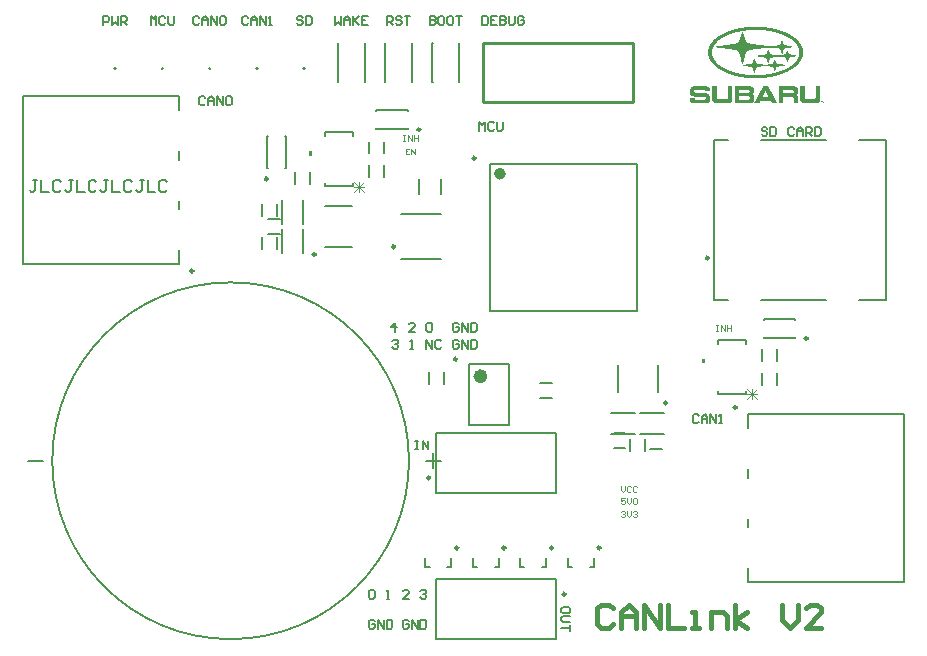
<source format=gto>
G04*
G04 #@! TF.GenerationSoftware,Altium Limited,Altium Designer,24.2.2 (26)*
G04*
G04 Layer_Color=65535*
%FSLAX44Y44*%
%MOMM*%
G71*
G04*
G04 #@! TF.SameCoordinates,E4E63788-C9BD-4034-8D98-A8616A57BAF2*
G04*
G04*
G04 #@! TF.FilePolarity,Positive*
G04*
G01*
G75*
%ADD10C,0.2500*%
%ADD11C,0.1270*%
%ADD12C,0.1500*%
%ADD13C,0.6000*%
%ADD14C,0.5000*%
%ADD15C,0.2000*%
%ADD16C,0.1524*%
%ADD17C,0.2540*%
%ADD18C,0.1000*%
%ADD19C,0.0762*%
%ADD20C,0.4000*%
G36*
X626297Y519009D02*
X628392D01*
Y518870D01*
X629789D01*
Y518730D01*
X631046D01*
Y518590D01*
X632164D01*
Y518451D01*
X633141D01*
Y518311D01*
X633979D01*
Y518171D01*
X634817D01*
Y518032D01*
X635655D01*
Y517892D01*
X636354D01*
Y517752D01*
X637052D01*
Y517612D01*
X637751D01*
Y517473D01*
X638309D01*
Y517333D01*
X638868D01*
Y517193D01*
X639427D01*
Y517054D01*
X639985D01*
Y516914D01*
X640404D01*
Y516774D01*
X640963D01*
Y516635D01*
X641382D01*
Y516495D01*
X641941D01*
Y516355D01*
X642360D01*
Y516216D01*
X642779D01*
Y516076D01*
X643198D01*
Y515936D01*
X643617D01*
Y515797D01*
X644036D01*
Y515657D01*
X644455D01*
Y515517D01*
X644874D01*
Y515378D01*
X645153D01*
Y515238D01*
X645572D01*
Y515098D01*
X645991D01*
Y514959D01*
X646271D01*
Y514819D01*
X646690D01*
Y514679D01*
X646969D01*
Y514540D01*
X647248D01*
Y514400D01*
X647667D01*
Y514260D01*
X647947D01*
Y514121D01*
X648226D01*
Y513981D01*
X648505D01*
Y513841D01*
X648785D01*
Y513702D01*
X649064D01*
Y513562D01*
X649483D01*
Y513422D01*
X649762D01*
Y513283D01*
X650042D01*
Y513143D01*
X650182D01*
Y513003D01*
X650461D01*
Y512864D01*
X650740D01*
Y512724D01*
X651020D01*
Y512584D01*
X651299D01*
Y512444D01*
X651578D01*
Y512305D01*
X651718D01*
Y512165D01*
X651997D01*
Y512025D01*
X652277D01*
Y511886D01*
X652416D01*
Y511746D01*
X652696D01*
Y511606D01*
X652975D01*
Y511467D01*
X653115D01*
Y511327D01*
X653394D01*
Y511188D01*
X653534D01*
Y511048D01*
X653813D01*
Y510908D01*
X653953D01*
Y510768D01*
X654232D01*
Y510629D01*
X654372D01*
Y510489D01*
X654511D01*
Y510349D01*
X654791D01*
Y510210D01*
X654930D01*
Y510070D01*
X655070D01*
Y509930D01*
X655350D01*
Y509791D01*
X655489D01*
Y509651D01*
X655629D01*
Y509511D01*
X655908D01*
Y509372D01*
X656048D01*
Y509232D01*
X656188D01*
Y509092D01*
X656327D01*
Y508953D01*
X656467D01*
Y508813D01*
X656607D01*
Y508673D01*
X656886D01*
Y508534D01*
X657026D01*
Y508394D01*
X657165D01*
Y508254D01*
X657305D01*
Y508115D01*
X657445D01*
Y507975D01*
X657584D01*
Y507835D01*
X657724D01*
Y507696D01*
X657864D01*
Y507556D01*
X658003D01*
Y507416D01*
X658143D01*
Y507277D01*
X658283D01*
Y507137D01*
X658422D01*
Y506997D01*
X658562D01*
Y506718D01*
X658702D01*
Y506578D01*
X658841D01*
Y506439D01*
X658981D01*
Y506299D01*
X659121D01*
Y506159D01*
X659260D01*
Y506020D01*
X659400D01*
Y505740D01*
X659540D01*
Y505601D01*
X659679D01*
Y505321D01*
X659819D01*
Y505182D01*
X659959D01*
Y505042D01*
X660098D01*
Y504762D01*
X660238D01*
Y504623D01*
X660378D01*
Y504343D01*
X660517D01*
Y504064D01*
X660657D01*
Y503924D01*
X660797D01*
Y503645D01*
X660936D01*
Y503366D01*
X661076D01*
Y503086D01*
X661216D01*
Y502807D01*
X661355D01*
Y502528D01*
X661495D01*
Y502248D01*
X661635D01*
Y501829D01*
X661775D01*
Y501410D01*
X661914D01*
Y500991D01*
X662054D01*
Y500572D01*
X662194D01*
Y499874D01*
X662333D01*
Y499175D01*
X662473D01*
Y495684D01*
X662333D01*
Y494846D01*
X662194D01*
Y494287D01*
X662054D01*
Y493728D01*
X661914D01*
Y493309D01*
X661775D01*
Y492890D01*
X661635D01*
Y492611D01*
X661495D01*
Y492332D01*
X661355D01*
Y491912D01*
X661216D01*
Y491633D01*
X661076D01*
Y491354D01*
X660936D01*
Y491074D01*
X660797D01*
Y490935D01*
X660657D01*
Y490655D01*
X660517D01*
Y490376D01*
X660378D01*
Y490236D01*
X660238D01*
Y489957D01*
X660098D01*
Y489817D01*
X659959D01*
Y489538D01*
X659819D01*
Y489398D01*
X659679D01*
Y489259D01*
X659540D01*
Y488979D01*
X659400D01*
Y488840D01*
X659260D01*
Y488700D01*
X659121D01*
Y488421D01*
X658981D01*
Y488281D01*
X658841D01*
Y488141D01*
X658702D01*
Y488002D01*
X658562D01*
Y487862D01*
X658422D01*
Y487722D01*
X658283D01*
Y487583D01*
X658143D01*
Y487443D01*
X658003D01*
Y487164D01*
X657724D01*
Y487024D01*
X657584D01*
Y486744D01*
X657305D01*
Y486605D01*
X657165D01*
Y486465D01*
X657026D01*
Y486325D01*
X656886D01*
Y486186D01*
X656746D01*
Y486046D01*
X656607D01*
Y485906D01*
X656467D01*
Y485767D01*
X656327D01*
Y485627D01*
X656048D01*
Y485488D01*
X655908D01*
Y485348D01*
X655769D01*
Y485208D01*
X655629D01*
Y485068D01*
X655489D01*
Y484929D01*
X655210D01*
Y484789D01*
X655070D01*
Y484649D01*
X654930D01*
Y484510D01*
X654651D01*
Y484370D01*
X654511D01*
Y484230D01*
X654232D01*
Y484091D01*
X654092D01*
Y483951D01*
X653953D01*
Y483811D01*
X653673D01*
Y483672D01*
X653534D01*
Y483532D01*
X653254D01*
Y483392D01*
X652975D01*
Y483253D01*
X652835D01*
Y483113D01*
X652556D01*
Y482973D01*
X652416D01*
Y482834D01*
X652137D01*
Y482694D01*
X651858D01*
Y482554D01*
X651718D01*
Y482415D01*
X651439D01*
Y482275D01*
X651159D01*
Y482135D01*
X650880D01*
Y481996D01*
X650601D01*
Y481856D01*
X650321D01*
Y481716D01*
X650182D01*
Y481577D01*
X649902D01*
Y481437D01*
X649623D01*
Y481297D01*
X649343D01*
Y481158D01*
X649064D01*
Y481018D01*
X648785D01*
Y480878D01*
X648366D01*
Y480739D01*
X648086D01*
Y480599D01*
X647807D01*
Y480459D01*
X647528D01*
Y480320D01*
X647109D01*
Y480180D01*
X646829D01*
Y480040D01*
X646550D01*
Y479901D01*
X646131D01*
Y479761D01*
X645852D01*
Y479621D01*
X645433D01*
Y479482D01*
X645014D01*
Y479342D01*
X644734D01*
Y479202D01*
X644315D01*
Y479062D01*
X643896D01*
Y478923D01*
X643477D01*
Y478783D01*
X643058D01*
Y478643D01*
X642639D01*
Y478504D01*
X642220D01*
Y478364D01*
X641661D01*
Y478224D01*
X641242D01*
Y478085D01*
X640823D01*
Y477945D01*
X640265D01*
Y477805D01*
X639706D01*
Y477666D01*
X639147D01*
Y477526D01*
X638589D01*
Y477386D01*
X638030D01*
Y477247D01*
X637471D01*
Y477107D01*
X636773D01*
Y476967D01*
X636074D01*
Y476828D01*
X635376D01*
Y476688D01*
X634538D01*
Y476548D01*
X633700D01*
Y476409D01*
X632722D01*
Y476269D01*
X631745D01*
Y476129D01*
X630488D01*
Y475990D01*
X629230D01*
Y475850D01*
X627554D01*
Y475710D01*
X624901D01*
Y475571D01*
X619733D01*
Y475710D01*
X616939D01*
Y475850D01*
X615263D01*
Y475990D01*
X614006D01*
Y476129D01*
X612749D01*
Y476269D01*
X611771D01*
Y476409D01*
X610933D01*
Y476548D01*
X609955D01*
Y476688D01*
X609257D01*
Y476828D01*
X608419D01*
Y476967D01*
X607721D01*
Y477107D01*
X607022D01*
Y477247D01*
X606464D01*
Y477386D01*
X605905D01*
Y477526D01*
X605346D01*
Y477666D01*
X604787D01*
Y477805D01*
X604229D01*
Y477945D01*
X603810D01*
Y478085D01*
X603251D01*
Y478224D01*
X602832D01*
Y478364D01*
X602273D01*
Y478504D01*
X601854D01*
Y478643D01*
X601435D01*
Y478783D01*
X601016D01*
Y478923D01*
X600597D01*
Y479062D01*
X600178D01*
Y479202D01*
X599759D01*
Y479342D01*
X599480D01*
Y479482D01*
X599061D01*
Y479621D01*
X598782D01*
Y479761D01*
X598363D01*
Y479901D01*
X598083D01*
Y480040D01*
X597664D01*
Y480180D01*
X597385D01*
Y480320D01*
X596966D01*
Y480459D01*
X596686D01*
Y480599D01*
X596407D01*
Y480739D01*
X596128D01*
Y480878D01*
X595848D01*
Y481018D01*
X595569D01*
Y481158D01*
X595290D01*
Y481297D01*
X595010D01*
Y481437D01*
X594591D01*
Y481577D01*
X594312D01*
Y481716D01*
X594172D01*
Y481856D01*
X593893D01*
Y481996D01*
X593614D01*
Y482135D01*
X593334D01*
Y482275D01*
X593055D01*
Y482415D01*
X592775D01*
Y482554D01*
X592636D01*
Y482694D01*
X592356D01*
Y482834D01*
X592077D01*
Y482973D01*
X591937D01*
Y483113D01*
X591658D01*
Y483253D01*
X591519D01*
Y483392D01*
X591239D01*
Y483532D01*
X591100D01*
Y483672D01*
X590820D01*
Y483811D01*
X590681D01*
Y483951D01*
X590401D01*
Y484091D01*
X590261D01*
Y484230D01*
X589982D01*
Y484370D01*
X589842D01*
Y484510D01*
X589703D01*
Y484649D01*
X589423D01*
Y484789D01*
X589284D01*
Y484929D01*
X589144D01*
Y485068D01*
X588865D01*
Y485208D01*
X588725D01*
Y485348D01*
X588585D01*
Y485488D01*
X588446D01*
Y485627D01*
X588166D01*
Y485767D01*
X588027D01*
Y485906D01*
X587887D01*
Y486046D01*
X587747D01*
Y486186D01*
X587608D01*
Y486325D01*
X587468D01*
Y486465D01*
X587328D01*
Y486605D01*
X587189D01*
Y486744D01*
X587049D01*
Y486884D01*
X586909D01*
Y487024D01*
X586770D01*
Y487164D01*
X586630D01*
Y487303D01*
X586490D01*
Y487443D01*
X586351D01*
Y487583D01*
X586211D01*
Y487722D01*
X586071D01*
Y487862D01*
X585932D01*
Y488002D01*
X585792D01*
Y488141D01*
X585652D01*
Y488281D01*
X585513D01*
Y488560D01*
X585373D01*
Y488700D01*
X585233D01*
Y488840D01*
X585093D01*
Y488979D01*
X584954D01*
Y489259D01*
X584814D01*
Y489398D01*
X584674D01*
Y489538D01*
X584535D01*
Y489817D01*
X584395D01*
Y489957D01*
X584255D01*
Y490236D01*
X584116D01*
Y490376D01*
X583976D01*
Y490655D01*
X583836D01*
Y490935D01*
X583697D01*
Y491214D01*
X583557D01*
Y491354D01*
X583417D01*
Y491633D01*
X583278D01*
Y492052D01*
X583138D01*
Y492332D01*
X582998D01*
Y492611D01*
X582859D01*
Y493030D01*
X582719D01*
Y493309D01*
X582579D01*
Y493868D01*
X582440D01*
Y494287D01*
X582300D01*
Y494846D01*
X582160D01*
Y495684D01*
X582021D01*
Y499036D01*
X582160D01*
Y499874D01*
X582300D01*
Y500433D01*
X582440D01*
Y500991D01*
X582579D01*
Y501410D01*
X582719D01*
Y501829D01*
X582859D01*
Y502109D01*
X582998D01*
Y502528D01*
X583138D01*
Y502807D01*
X583278D01*
Y503086D01*
X583417D01*
Y503366D01*
X583557D01*
Y503645D01*
X583697D01*
Y503924D01*
X583836D01*
Y504064D01*
X583976D01*
Y504343D01*
X584116D01*
Y504623D01*
X584255D01*
Y504762D01*
X584395D01*
Y504902D01*
X584535D01*
Y505182D01*
X584674D01*
Y505321D01*
X584814D01*
Y505601D01*
X584954D01*
Y505740D01*
X585093D01*
Y505880D01*
X585233D01*
Y506159D01*
X585373D01*
Y506299D01*
X585513D01*
Y506439D01*
X585652D01*
Y506578D01*
X585792D01*
Y506718D01*
X585932D01*
Y506997D01*
X586071D01*
Y507137D01*
X586211D01*
Y507277D01*
X586351D01*
Y507416D01*
X586490D01*
Y507556D01*
X586630D01*
Y507696D01*
X586770D01*
Y507835D01*
X586909D01*
Y507975D01*
X587049D01*
Y508115D01*
X587189D01*
Y508254D01*
X587328D01*
Y508394D01*
X587468D01*
Y508534D01*
X587747D01*
Y508673D01*
X587887D01*
Y508813D01*
X588027D01*
Y508953D01*
X588166D01*
Y509092D01*
X588306D01*
Y509232D01*
X588446D01*
Y509372D01*
X588725D01*
Y509511D01*
X588865D01*
Y509651D01*
X589004D01*
Y509791D01*
X589144D01*
Y509930D01*
X589423D01*
Y510070D01*
X589563D01*
Y510210D01*
X589703D01*
Y510349D01*
X589982D01*
Y510489D01*
X590122D01*
Y510629D01*
X590401D01*
Y510768D01*
X590541D01*
Y510908D01*
X590681D01*
Y511048D01*
X590960D01*
Y511188D01*
X591100D01*
Y511327D01*
X591379D01*
Y511467D01*
X591658D01*
Y511606D01*
X591798D01*
Y511746D01*
X592077D01*
Y511886D01*
X592217D01*
Y512025D01*
X592496D01*
Y512165D01*
X592775D01*
Y512305D01*
X593055D01*
Y512444D01*
X593195D01*
Y512584D01*
X593474D01*
Y512724D01*
X593753D01*
Y512864D01*
X594033D01*
Y513003D01*
X594312D01*
Y513143D01*
X594591D01*
Y513283D01*
X594871D01*
Y513422D01*
X595150D01*
Y513562D01*
X595429D01*
Y513702D01*
X595709D01*
Y513841D01*
X595988D01*
Y513981D01*
X596267D01*
Y514121D01*
X596547D01*
Y514260D01*
X596826D01*
Y514400D01*
X597245D01*
Y514540D01*
X597524D01*
Y514679D01*
X597804D01*
Y514819D01*
X598223D01*
Y514959D01*
X598502D01*
Y515098D01*
X598921D01*
Y515238D01*
X599340D01*
Y515378D01*
X599620D01*
Y515517D01*
X600039D01*
Y515657D01*
X600458D01*
Y515797D01*
X600877D01*
Y515936D01*
X601296D01*
Y516076D01*
X601715D01*
Y516216D01*
X602134D01*
Y516355D01*
X602553D01*
Y516495D01*
X603111D01*
Y516635D01*
X603530D01*
Y516774D01*
X604089D01*
Y516914D01*
X604508D01*
Y517054D01*
X605067D01*
Y517193D01*
X605626D01*
Y517333D01*
X606184D01*
Y517473D01*
X606883D01*
Y517612D01*
X607441D01*
Y517752D01*
X608140D01*
Y517892D01*
X608838D01*
Y518032D01*
X609676D01*
Y518171D01*
X610514D01*
Y518311D01*
X611352D01*
Y518451D01*
X612330D01*
Y518590D01*
X613447D01*
Y518730D01*
X614704D01*
Y518870D01*
X616241D01*
Y519009D01*
X618196D01*
Y519149D01*
X626297D01*
Y519009D01*
D02*
G37*
G36*
X632862Y468587D02*
X633002D01*
Y468447D01*
X633141D01*
Y468168D01*
X633281D01*
Y467889D01*
X633421D01*
Y467609D01*
X633560D01*
Y467330D01*
X633700D01*
Y467190D01*
X633840D01*
Y466911D01*
X633979D01*
Y466632D01*
X634119D01*
Y466352D01*
X634259D01*
Y466073D01*
X634398D01*
Y465793D01*
X634538D01*
Y465514D01*
X634678D01*
Y465374D01*
X634817D01*
Y465095D01*
X634957D01*
Y464816D01*
X635097D01*
Y464536D01*
X635236D01*
Y464257D01*
X635376D01*
Y463978D01*
X635516D01*
Y463838D01*
X635655D01*
Y463559D01*
X635795D01*
Y463279D01*
X635935D01*
Y463000D01*
X636074D01*
Y462721D01*
X636214D01*
Y462441D01*
X636354D01*
Y462162D01*
X636493D01*
Y462022D01*
X636633D01*
Y461743D01*
X636773D01*
Y461464D01*
X636912D01*
Y461184D01*
X637052D01*
Y460905D01*
X637192D01*
Y460625D01*
X637332D01*
Y460346D01*
X637471D01*
Y460206D01*
X637611D01*
Y459927D01*
X637751D01*
Y459648D01*
X637890D01*
Y459368D01*
X638030D01*
Y459089D01*
X638170D01*
Y458810D01*
X638309D01*
Y458670D01*
X638449D01*
Y458391D01*
X638589D01*
Y458111D01*
X638728D01*
Y457832D01*
X638868D01*
Y457553D01*
X639008D01*
Y457273D01*
X639147D01*
Y457134D01*
X639287D01*
Y456854D01*
X639427D01*
Y456575D01*
X639566D01*
Y456296D01*
X639706D01*
Y456016D01*
X639846D01*
Y455737D01*
X639985D01*
Y455458D01*
X640125D01*
Y455318D01*
X640265D01*
Y455039D01*
X640404D01*
Y454759D01*
X640544D01*
Y454480D01*
X640684D01*
Y454340D01*
X636214D01*
Y454480D01*
X636074D01*
Y454759D01*
X635935D01*
Y455039D01*
X635795D01*
Y455178D01*
X635655D01*
Y455458D01*
X635516D01*
Y455737D01*
X635376D01*
Y456016D01*
X635236D01*
Y456296D01*
X635097D01*
Y456435D01*
X634957D01*
Y456715D01*
X626437D01*
Y456435D01*
X626297D01*
Y456156D01*
X626158D01*
Y455877D01*
X626018D01*
Y455597D01*
X625878D01*
Y455458D01*
X625739D01*
Y455178D01*
X625599D01*
Y454899D01*
X625459D01*
Y454619D01*
X625320D01*
Y454340D01*
X620990D01*
Y454619D01*
X621129D01*
Y454899D01*
X621269D01*
Y455178D01*
X621409D01*
Y455458D01*
X621548D01*
Y455597D01*
X621688D01*
Y455877D01*
X621828D01*
Y456156D01*
X621967D01*
Y456435D01*
X622107D01*
Y456715D01*
X622247D01*
Y456994D01*
X622386D01*
Y457134D01*
X622526D01*
Y457413D01*
X622666D01*
Y457692D01*
X622805D01*
Y457972D01*
X622945D01*
Y458251D01*
X623085D01*
Y458530D01*
X623224D01*
Y458810D01*
X623364D01*
Y458949D01*
X623504D01*
Y459229D01*
X623643D01*
Y459508D01*
X623783D01*
Y459787D01*
X623923D01*
Y460067D01*
X624062D01*
Y460346D01*
X624202D01*
Y460486D01*
X624342D01*
Y460765D01*
X624482D01*
Y461045D01*
X624621D01*
Y461324D01*
X624761D01*
Y461603D01*
X624901D01*
Y461883D01*
X625040D01*
Y462162D01*
X625180D01*
Y462441D01*
X625320D01*
Y462581D01*
X625459D01*
Y462860D01*
X625599D01*
Y463140D01*
X625739D01*
Y463419D01*
X625878D01*
Y463698D01*
X626018D01*
Y463978D01*
X626158D01*
Y464117D01*
X626297D01*
Y464397D01*
X626437D01*
Y464676D01*
X626577D01*
Y464955D01*
X626716D01*
Y465235D01*
X626856D01*
Y465514D01*
X626996D01*
Y465793D01*
X627135D01*
Y465933D01*
X627275D01*
Y466213D01*
X627415D01*
Y466492D01*
X627554D01*
Y466771D01*
X627694D01*
Y467051D01*
X627834D01*
Y467330D01*
X627973D01*
Y467470D01*
X628113D01*
Y467749D01*
X628253D01*
Y468028D01*
X628392D01*
Y468308D01*
X628532D01*
Y468587D01*
X628672D01*
Y468727D01*
X628811D01*
Y468587D01*
X630348D01*
Y468727D01*
X632443D01*
Y468587D01*
X632722D01*
Y468727D01*
X632862D01*
Y468587D01*
D02*
G37*
G36*
X589284Y458670D02*
X589423D01*
Y458391D01*
X589563D01*
Y458111D01*
X589703D01*
Y457972D01*
X589982D01*
Y457832D01*
X590261D01*
Y457692D01*
X597804D01*
Y457832D01*
X598083D01*
Y457972D01*
X598223D01*
Y458111D01*
X598363D01*
Y458251D01*
X598502D01*
Y458530D01*
X598642D01*
Y468587D01*
X602413D01*
Y456994D01*
X602273D01*
Y456435D01*
X602134D01*
Y456156D01*
X601994D01*
Y455877D01*
X601854D01*
Y455737D01*
X601715D01*
Y455597D01*
X601575D01*
Y455458D01*
X601435D01*
Y455318D01*
X601296D01*
Y455178D01*
X601156D01*
Y455039D01*
X601016D01*
Y454899D01*
X600737D01*
Y454759D01*
X600458D01*
Y454619D01*
X600039D01*
Y454480D01*
X599480D01*
Y454340D01*
X588446D01*
Y454480D01*
X587887D01*
Y454619D01*
X587468D01*
Y454759D01*
X587189D01*
Y454899D01*
X586909D01*
Y455039D01*
X586770D01*
Y455178D01*
X586630D01*
Y455318D01*
X586351D01*
Y455597D01*
X586211D01*
Y455737D01*
X586071D01*
Y455877D01*
X585932D01*
Y456156D01*
X585792D01*
Y456435D01*
X585652D01*
Y456994D01*
X585513D01*
Y462022D01*
Y462162D01*
Y468587D01*
X585652D01*
Y468727D01*
X585792D01*
Y468587D01*
X589144D01*
Y468727D01*
X589284D01*
Y458670D01*
D02*
G37*
G36*
X581322Y468447D02*
X581741D01*
Y468308D01*
X582160D01*
Y468168D01*
X582440D01*
Y468028D01*
X582579D01*
Y467889D01*
X582859D01*
Y467749D01*
X582998D01*
Y467609D01*
X583138D01*
Y467470D01*
X583278D01*
Y467190D01*
X583417D01*
Y466911D01*
X583557D01*
Y466492D01*
X583697D01*
Y464397D01*
X579786D01*
Y464676D01*
X579646D01*
Y465095D01*
X579506D01*
Y465235D01*
X579367D01*
Y465374D01*
X579227D01*
Y465514D01*
X578669D01*
Y465654D01*
X571126D01*
Y465514D01*
X570707D01*
Y465374D01*
X570567D01*
Y465235D01*
X570428D01*
Y464955D01*
X570288D01*
Y463698D01*
X570428D01*
Y463559D01*
X570567D01*
Y463419D01*
X570707D01*
Y463279D01*
X571126D01*
Y463140D01*
X574199D01*
Y463000D01*
X577272D01*
Y462860D01*
X580205D01*
Y462721D01*
X580903D01*
Y462581D01*
X581322D01*
Y462441D01*
X581602D01*
Y462302D01*
X581881D01*
Y462162D01*
X582160D01*
Y462022D01*
X582300D01*
Y461883D01*
X582579D01*
Y461743D01*
X582719D01*
Y461603D01*
X582859D01*
Y461324D01*
X582998D01*
Y461184D01*
X583138D01*
Y460905D01*
X583278D01*
Y460765D01*
X583417D01*
Y460346D01*
X583557D01*
Y459927D01*
X583697D01*
Y459089D01*
X583836D01*
Y457832D01*
X583697D01*
Y456994D01*
X583557D01*
Y456435D01*
X583417D01*
Y456156D01*
X583278D01*
Y455877D01*
X583138D01*
Y455597D01*
X582998D01*
Y455458D01*
X582859D01*
Y455318D01*
X582719D01*
Y455178D01*
X582579D01*
Y455039D01*
X582440D01*
Y454899D01*
X582160D01*
Y454759D01*
X581881D01*
Y454619D01*
X581602D01*
Y454480D01*
X581043D01*
Y454340D01*
X569310D01*
Y454480D01*
X568891D01*
Y454619D01*
X568472D01*
Y454759D01*
X568193D01*
Y454899D01*
X567914D01*
Y455039D01*
X567774D01*
Y455178D01*
X567634D01*
Y455318D01*
X567495D01*
Y455458D01*
X567355D01*
Y455597D01*
X567215D01*
Y455737D01*
X567076D01*
Y456016D01*
X566936D01*
Y456296D01*
X566796D01*
Y456715D01*
X566657D01*
Y458530D01*
X566517D01*
Y458670D01*
X566657D01*
Y458810D01*
X570567D01*
Y458251D01*
X570707D01*
Y457832D01*
X570847D01*
Y457692D01*
X570986D01*
Y457553D01*
X571126D01*
Y457413D01*
X571405D01*
Y457273D01*
X579367D01*
Y457413D01*
X579646D01*
Y457553D01*
X579786D01*
Y457692D01*
X579926D01*
Y457972D01*
X580065D01*
Y459368D01*
X579926D01*
Y459508D01*
X579786D01*
Y459648D01*
X579646D01*
Y459787D01*
X579367D01*
Y459927D01*
X575177D01*
Y460067D01*
X570148D01*
Y460206D01*
X569310D01*
Y460346D01*
X568891D01*
Y460486D01*
X568472D01*
Y460625D01*
X568193D01*
Y460765D01*
X568053D01*
Y460905D01*
X567774D01*
Y461045D01*
X567634D01*
Y461184D01*
X567495D01*
Y461464D01*
X567355D01*
Y461603D01*
X567215D01*
Y461743D01*
X567076D01*
Y462022D01*
X566936D01*
Y462302D01*
X566796D01*
Y462860D01*
X566657D01*
Y465374D01*
X566796D01*
Y465933D01*
X566936D01*
Y466352D01*
X567076D01*
Y466632D01*
X567215D01*
Y466911D01*
X567355D01*
Y467051D01*
X567495D01*
Y467330D01*
X567634D01*
Y467470D01*
X567774D01*
Y467609D01*
X567914D01*
Y467749D01*
X568053D01*
Y467889D01*
X568333D01*
Y468028D01*
X568612D01*
Y468168D01*
X568752D01*
Y468308D01*
X569171D01*
Y468447D01*
X569590D01*
Y468587D01*
X581322D01*
Y468447D01*
D02*
G37*
G36*
X673367Y468587D02*
X676859D01*
Y456994D01*
X676720D01*
Y456435D01*
X676580D01*
Y456156D01*
X676440D01*
Y455877D01*
X676301D01*
Y455737D01*
X676161D01*
Y455458D01*
X676021D01*
Y455318D01*
X675742D01*
Y455178D01*
X675602D01*
Y455039D01*
X675462D01*
Y454899D01*
X675183D01*
Y454759D01*
X674904D01*
Y454619D01*
X674485D01*
Y454480D01*
X673926D01*
Y454340D01*
X662892D01*
Y454480D01*
X662333D01*
Y454619D01*
X661914D01*
Y454759D01*
X661635D01*
Y454899D01*
X661355D01*
Y455039D01*
X661216D01*
Y455178D01*
X661076D01*
Y455318D01*
X660936D01*
Y455458D01*
X660797D01*
Y455597D01*
X660657D01*
Y455737D01*
X660517D01*
Y455877D01*
X660378D01*
Y456156D01*
X660238D01*
Y456575D01*
X660098D01*
Y457273D01*
X659959D01*
Y464955D01*
Y465095D01*
Y468587D01*
X660098D01*
Y468727D01*
X660238D01*
Y468587D01*
X663730D01*
Y458810D01*
X663870D01*
Y458391D01*
X664009D01*
Y458251D01*
X664149D01*
Y457972D01*
X664428D01*
Y457832D01*
X664708D01*
Y457692D01*
X672250D01*
Y457832D01*
X672529D01*
Y457972D01*
X672669D01*
Y458111D01*
X672809D01*
Y458251D01*
X672948D01*
Y458530D01*
X673088D01*
Y468587D01*
X673228D01*
Y468727D01*
X673367D01*
Y468587D01*
D02*
G37*
G36*
X679094Y456296D02*
X679373D01*
Y456156D01*
X679653D01*
Y455877D01*
X679792D01*
Y454899D01*
X679653D01*
Y454619D01*
X679513D01*
Y454480D01*
X679234D01*
Y454340D01*
X678396D01*
Y454480D01*
X678116D01*
Y454619D01*
X677977D01*
Y454899D01*
X677837D01*
Y455458D01*
Y455597D01*
Y455877D01*
X677977D01*
Y456016D01*
X678116D01*
Y456156D01*
X678256D01*
Y456296D01*
X678535D01*
Y456435D01*
X679094D01*
Y456296D01*
D02*
G37*
G36*
X655908Y468447D02*
X656327D01*
Y468308D01*
X656607D01*
Y468168D01*
X656746D01*
Y468028D01*
X657026D01*
Y467889D01*
X657165D01*
Y467749D01*
X657305D01*
Y467470D01*
X657445D01*
Y467330D01*
X657584D01*
Y467051D01*
X657724D01*
Y466771D01*
X657864D01*
Y466492D01*
X658003D01*
Y465933D01*
X658143D01*
Y464955D01*
X658283D01*
Y463698D01*
X658143D01*
Y462860D01*
X658003D01*
Y462441D01*
X657864D01*
Y462162D01*
X657724D01*
Y461883D01*
X657584D01*
Y461743D01*
X657445D01*
Y461603D01*
X657305D01*
Y461464D01*
X657165D01*
Y461324D01*
X657026D01*
Y461184D01*
X656886D01*
Y461045D01*
X657026D01*
Y460905D01*
X657165D01*
Y460765D01*
X657305D01*
Y460625D01*
X657445D01*
Y460346D01*
X657584D01*
Y460206D01*
X657724D01*
Y459927D01*
X657864D01*
Y459648D01*
X658003D01*
Y459229D01*
X658143D01*
Y458670D01*
X658283D01*
Y457692D01*
X658422D01*
Y454340D01*
X654651D01*
Y458251D01*
X654511D01*
Y458670D01*
X654372D01*
Y458949D01*
X654232D01*
Y459089D01*
X654092D01*
Y459229D01*
X653673D01*
Y459368D01*
X645433D01*
Y454340D01*
X641661D01*
Y468587D01*
X655908D01*
Y468447D01*
D02*
G37*
G36*
X618755D02*
X619174D01*
Y468308D01*
X619453D01*
Y468168D01*
X619733D01*
Y468028D01*
X619872D01*
Y467889D01*
X620012D01*
Y467749D01*
X620152D01*
Y467609D01*
X620291D01*
Y467470D01*
X620431D01*
Y467330D01*
Y467190D01*
X620571D01*
Y466911D01*
X620710D01*
Y466632D01*
X620850D01*
Y466213D01*
X620990D01*
Y463838D01*
X620850D01*
Y463419D01*
X620710D01*
Y463140D01*
X620571D01*
Y462860D01*
X620431D01*
Y462581D01*
X620291D01*
Y462441D01*
X620152D01*
Y462302D01*
X620012D01*
Y462162D01*
X619733D01*
Y462022D01*
X619593D01*
Y461883D01*
X619872D01*
Y461743D01*
X620012D01*
Y461603D01*
X620152D01*
Y461464D01*
X620291D01*
Y461324D01*
X620431D01*
Y461184D01*
X620571D01*
Y460905D01*
X620710D01*
Y460625D01*
X620850D01*
Y460206D01*
X620990D01*
Y459508D01*
X621129D01*
Y457413D01*
X620990D01*
Y456854D01*
X620850D01*
Y456435D01*
X620710D01*
Y456156D01*
X620571D01*
Y455877D01*
X620431D01*
Y455597D01*
X620291D01*
Y455458D01*
X620152D01*
Y455318D01*
X620012D01*
Y455178D01*
X619872D01*
Y455039D01*
X619733D01*
Y454899D01*
X619593D01*
Y454759D01*
X619453D01*
Y454619D01*
X619174D01*
Y454480D01*
X618755D01*
Y454340D01*
X604508D01*
Y468587D01*
X618755D01*
Y468447D01*
D02*
G37*
G36*
X247040Y410055D02*
X244500D01*
Y413865D01*
X247040D01*
Y410055D01*
D02*
G37*
G36*
X579644Y234097D02*
X577104D01*
Y237907D01*
X579644D01*
Y234097D01*
D02*
G37*
%LPC*%
G36*
X625739Y516495D02*
X619034D01*
Y516355D01*
X616660D01*
Y516216D01*
X615123D01*
Y516076D01*
X613866D01*
Y515936D01*
X612749D01*
Y515797D01*
X611771D01*
Y515657D01*
X610933D01*
Y515517D01*
X610095D01*
Y515378D01*
X609397D01*
Y515238D01*
X608698D01*
Y515098D01*
X608000D01*
Y514959D01*
X607441D01*
Y514819D01*
X606883D01*
Y514679D01*
X606184D01*
Y514540D01*
X605626D01*
Y514400D01*
X605206D01*
Y514260D01*
X604648D01*
Y514121D01*
X604089D01*
Y513981D01*
X603670D01*
Y513841D01*
X603251D01*
Y513702D01*
X602832D01*
Y513562D01*
X602413D01*
Y513422D01*
X601994D01*
Y513283D01*
X601575D01*
Y513143D01*
X601156D01*
Y513003D01*
X600737D01*
Y512864D01*
X600458D01*
Y512724D01*
X600039D01*
Y512584D01*
X599620D01*
Y512444D01*
X599340D01*
Y512305D01*
X599061D01*
Y512165D01*
X598642D01*
Y512025D01*
X598363D01*
Y511886D01*
X598083D01*
Y511746D01*
X597804D01*
Y511606D01*
X597385D01*
Y511467D01*
X597105D01*
Y511327D01*
X596826D01*
Y511188D01*
X596547D01*
Y511048D01*
X596267D01*
Y510908D01*
X595988D01*
Y510768D01*
X595709D01*
Y510629D01*
X595429D01*
Y510489D01*
X595290D01*
Y510349D01*
X595010D01*
Y510210D01*
X594731D01*
Y510070D01*
X594452D01*
Y509930D01*
X594312D01*
Y509791D01*
X594033D01*
Y509651D01*
X593753D01*
Y509511D01*
X593614D01*
Y509372D01*
X593334D01*
Y509232D01*
X593195D01*
Y509092D01*
X592915D01*
Y508953D01*
X592775D01*
Y508813D01*
X592496D01*
Y508673D01*
X592356D01*
Y508534D01*
X592217D01*
Y508394D01*
X591937D01*
Y508254D01*
X591798D01*
Y508115D01*
X591519D01*
Y507975D01*
X591379D01*
Y507835D01*
X591239D01*
Y507696D01*
X591100D01*
Y507556D01*
X590820D01*
Y507416D01*
X590681D01*
Y507277D01*
X590541D01*
Y507137D01*
X590401D01*
Y506997D01*
X590261D01*
Y506858D01*
X590122D01*
Y506718D01*
X589982D01*
Y506578D01*
X589842D01*
Y506439D01*
X589703D01*
Y506299D01*
X589563D01*
Y506159D01*
X589423D01*
Y506020D01*
X589284D01*
Y505880D01*
X589144D01*
Y505740D01*
X589004D01*
Y505601D01*
X588865D01*
Y505461D01*
X588725D01*
Y505321D01*
X588585D01*
Y505182D01*
X588446D01*
Y505042D01*
X588306D01*
Y504902D01*
X588166D01*
Y504623D01*
X588027D01*
Y504483D01*
X587887D01*
Y504343D01*
X587747D01*
Y504204D01*
X587608D01*
Y503924D01*
X587468D01*
Y503785D01*
X587328D01*
Y503505D01*
X587189D01*
Y503366D01*
X587049D01*
Y503226D01*
Y503086D01*
X586909D01*
Y502807D01*
X586770D01*
Y502667D01*
X586630D01*
Y502388D01*
X586490D01*
Y502109D01*
X586351D01*
Y501829D01*
X586211D01*
Y501410D01*
X586071D01*
Y501131D01*
X585932D01*
Y500712D01*
X585792D01*
Y500293D01*
X585652D01*
Y499874D01*
X585513D01*
Y499175D01*
X585373D01*
Y498058D01*
X585233D01*
Y496522D01*
X585373D01*
Y495544D01*
X585513D01*
Y494846D01*
X585652D01*
Y494427D01*
X585792D01*
Y494008D01*
X585932D01*
Y493589D01*
X586071D01*
Y493170D01*
X586211D01*
Y492890D01*
X586351D01*
Y492611D01*
X586490D01*
Y492332D01*
X586630D01*
Y492052D01*
X586770D01*
Y491773D01*
X586909D01*
Y491633D01*
X587049D01*
Y491354D01*
X587189D01*
Y491214D01*
X587328D01*
Y490935D01*
X587468D01*
Y490795D01*
X587608D01*
Y490516D01*
X587747D01*
Y490376D01*
X587887D01*
Y490236D01*
X588027D01*
Y489957D01*
X588166D01*
Y489817D01*
X588306D01*
Y489678D01*
X588446D01*
Y489538D01*
X588585D01*
Y489398D01*
X588725D01*
Y489119D01*
X588865D01*
Y488979D01*
X589004D01*
Y488840D01*
X589144D01*
Y488700D01*
X589284D01*
Y488560D01*
X589423D01*
Y488421D01*
X589563D01*
Y488281D01*
X589703D01*
Y488141D01*
X589842D01*
Y488002D01*
X590122D01*
Y487862D01*
X590261D01*
Y487722D01*
X590401D01*
Y487583D01*
X590541D01*
Y487443D01*
X590681D01*
Y487303D01*
X590820D01*
Y487164D01*
X590960D01*
Y487024D01*
X591239D01*
Y486884D01*
X591379D01*
Y486744D01*
X591519D01*
Y486605D01*
X591798D01*
Y486465D01*
X591937D01*
Y486325D01*
X592077D01*
Y486186D01*
X592356D01*
Y486046D01*
X592496D01*
Y485906D01*
X592775D01*
Y485767D01*
X592915D01*
Y485627D01*
X593195D01*
Y485488D01*
X593334D01*
Y485348D01*
X593614D01*
Y485208D01*
X593753D01*
Y485068D01*
X594033D01*
Y484929D01*
X594172D01*
Y484789D01*
X594452D01*
Y484649D01*
X594731D01*
Y484510D01*
X595010D01*
Y484370D01*
X595150D01*
Y484230D01*
X595429D01*
Y484091D01*
X595709D01*
Y483951D01*
X595988D01*
Y483811D01*
X596267D01*
Y483672D01*
X596547D01*
Y483532D01*
X596826D01*
Y483392D01*
X597105D01*
Y483253D01*
X597385D01*
Y483113D01*
X597664D01*
Y482973D01*
X597943D01*
Y482834D01*
X598363D01*
Y482694D01*
X598642D01*
Y482554D01*
X598921D01*
Y482415D01*
X599340D01*
Y482275D01*
X599620D01*
Y482135D01*
X599899D01*
Y481996D01*
X600318D01*
Y481856D01*
X600737D01*
Y481716D01*
X601156D01*
Y481577D01*
X601435D01*
Y481437D01*
X601854D01*
Y481297D01*
X602273D01*
Y481158D01*
X602692D01*
Y481018D01*
X603111D01*
Y480878D01*
X603670D01*
Y480739D01*
X604089D01*
Y480599D01*
X604508D01*
Y480459D01*
X605067D01*
Y480320D01*
X605626D01*
Y480180D01*
X606045D01*
Y480040D01*
X606743D01*
Y479901D01*
X607302D01*
Y479761D01*
X608000D01*
Y479621D01*
X608559D01*
Y479482D01*
X609257D01*
Y479342D01*
X609955D01*
Y479202D01*
X610793D01*
Y479062D01*
X611632D01*
Y478923D01*
X612609D01*
Y478783D01*
X613587D01*
Y478643D01*
X614844D01*
Y478504D01*
X616241D01*
Y478364D01*
X618615D01*
Y478224D01*
X626158D01*
Y478364D01*
X628392D01*
Y478504D01*
X629929D01*
Y478643D01*
X631046D01*
Y478783D01*
X632164D01*
Y478923D01*
X633002D01*
Y479062D01*
X633840D01*
Y479202D01*
X634678D01*
Y479342D01*
X635376D01*
Y479482D01*
X636074D01*
Y479621D01*
X636773D01*
Y479761D01*
X637332D01*
Y479901D01*
X638030D01*
Y480040D01*
X638589D01*
Y480180D01*
X639147D01*
Y480320D01*
X639706D01*
Y480459D01*
X640125D01*
Y480599D01*
X640684D01*
Y480739D01*
X641103D01*
Y480878D01*
X641522D01*
Y481018D01*
X641941D01*
Y481158D01*
X642360D01*
Y481297D01*
X642779D01*
Y481437D01*
X643198D01*
Y481577D01*
X643617D01*
Y481716D01*
X643896D01*
Y481856D01*
X644315D01*
Y481996D01*
X644734D01*
Y482135D01*
X645014D01*
Y482275D01*
X645433D01*
Y482415D01*
X645712D01*
Y482554D01*
X646131D01*
Y482694D01*
X646410D01*
Y482834D01*
X646690D01*
Y482973D01*
X646969D01*
Y483113D01*
X647248D01*
Y483253D01*
X647667D01*
Y483392D01*
X647947D01*
Y483532D01*
X648226D01*
Y483672D01*
X648505D01*
Y483811D01*
X648645D01*
Y483951D01*
X648924D01*
Y484091D01*
X649204D01*
Y484230D01*
X649483D01*
Y484370D01*
X649762D01*
Y484510D01*
X649902D01*
Y484649D01*
X650182D01*
Y484789D01*
X650461D01*
Y484929D01*
X650740D01*
Y485068D01*
X650880D01*
Y485208D01*
X651159D01*
Y485348D01*
X651299D01*
Y485488D01*
X651578D01*
Y485627D01*
X651718D01*
Y485767D01*
X651997D01*
Y485906D01*
X652137D01*
Y486046D01*
X652416D01*
Y486186D01*
X652556D01*
Y486325D01*
X652696D01*
Y486465D01*
X652975D01*
Y486605D01*
X653115D01*
Y486744D01*
X653254D01*
Y486884D01*
X653534D01*
Y487024D01*
X653673D01*
Y487164D01*
X653813D01*
Y487303D01*
X653953D01*
Y487443D01*
X654092D01*
Y487583D01*
X654372D01*
Y487722D01*
X654511D01*
Y487862D01*
X654651D01*
Y488002D01*
X654791D01*
Y488141D01*
X654930D01*
Y488281D01*
X655070D01*
Y488421D01*
X655210D01*
Y488560D01*
X655350D01*
Y488700D01*
X655489D01*
Y488840D01*
X655629D01*
Y488979D01*
X655769D01*
Y489119D01*
X655908D01*
Y489259D01*
X656048D01*
Y489398D01*
X656188D01*
Y489678D01*
X656327D01*
Y489817D01*
X656467D01*
Y489957D01*
X656607D01*
Y490097D01*
X656746D01*
Y490376D01*
X656886D01*
Y490516D01*
X657026D01*
Y490655D01*
X657165D01*
Y490935D01*
X657305D01*
Y491074D01*
X657445D01*
Y491354D01*
X657584D01*
Y491493D01*
X657724D01*
Y491773D01*
X657864D01*
Y492052D01*
X658003D01*
Y492192D01*
X658143D01*
Y492471D01*
X658283D01*
Y492751D01*
X658422D01*
Y493170D01*
X658562D01*
Y493449D01*
X658702D01*
Y493868D01*
X658841D01*
Y494287D01*
X658981D01*
Y494706D01*
X659121D01*
Y495265D01*
X659260D01*
Y496242D01*
X659400D01*
Y498477D01*
X659260D01*
Y499455D01*
X659121D01*
Y500014D01*
X658981D01*
Y500433D01*
X658841D01*
Y500852D01*
X658702D01*
Y501271D01*
X658562D01*
Y501550D01*
X658422D01*
Y501829D01*
X658283D01*
Y502248D01*
X658143D01*
Y502388D01*
X658003D01*
Y502667D01*
X657864D01*
Y502947D01*
X657724D01*
Y503226D01*
X657584D01*
Y503366D01*
X657445D01*
Y503645D01*
X657305D01*
Y503785D01*
X657165D01*
Y504064D01*
X657026D01*
Y504204D01*
X656886D01*
Y504343D01*
X656746D01*
Y504623D01*
X656607D01*
Y504762D01*
X656467D01*
Y504902D01*
X656327D01*
Y505042D01*
X656188D01*
Y505182D01*
X656048D01*
Y505461D01*
X655908D01*
Y505601D01*
X655769D01*
Y505740D01*
X655629D01*
Y505880D01*
X655489D01*
Y506020D01*
X655350D01*
Y506159D01*
X655210D01*
Y506299D01*
X655070D01*
Y506439D01*
X654930D01*
Y506578D01*
X654791D01*
Y506718D01*
X654651D01*
Y506858D01*
X654372D01*
Y506997D01*
X654232D01*
Y507137D01*
X654092D01*
Y507277D01*
X653953D01*
Y507416D01*
X653813D01*
Y507556D01*
X653673D01*
Y507696D01*
X653394D01*
Y507835D01*
X653254D01*
Y507975D01*
X653115D01*
Y508115D01*
X652975D01*
Y508254D01*
X652696D01*
Y508394D01*
X652556D01*
Y508534D01*
X652277D01*
Y508673D01*
X652137D01*
Y508813D01*
X651997D01*
Y508953D01*
X651718D01*
Y509092D01*
X651578D01*
Y509232D01*
X651299D01*
Y509372D01*
X651020D01*
Y509511D01*
X650880D01*
Y509651D01*
X650601D01*
Y509791D01*
X650461D01*
Y509930D01*
X650182D01*
Y510070D01*
X649902D01*
Y510210D01*
X649762D01*
Y510349D01*
X649483D01*
Y510489D01*
X649204D01*
Y510629D01*
X648924D01*
Y510768D01*
X648645D01*
Y510908D01*
X648366D01*
Y511048D01*
X648086D01*
Y511188D01*
X647807D01*
Y511327D01*
X647528D01*
Y511467D01*
X647248D01*
Y511606D01*
X646969D01*
Y511746D01*
X646690D01*
Y511886D01*
X646271D01*
Y512025D01*
X645991D01*
Y512165D01*
X645712D01*
Y512305D01*
X645293D01*
Y512444D01*
X645014D01*
Y512584D01*
X644595D01*
Y512724D01*
X644315D01*
Y512864D01*
X643896D01*
Y513003D01*
X643477D01*
Y513143D01*
X643198D01*
Y513283D01*
X642779D01*
Y513422D01*
X642360D01*
Y513562D01*
X641941D01*
Y513702D01*
X641382D01*
Y513841D01*
X640963D01*
Y513981D01*
X640544D01*
Y514121D01*
X639985D01*
Y514260D01*
X639566D01*
Y514400D01*
X639008D01*
Y514540D01*
X638449D01*
Y514679D01*
X637890D01*
Y514819D01*
X637332D01*
Y514959D01*
X636633D01*
Y515098D01*
X635935D01*
Y515238D01*
X635236D01*
Y515378D01*
X634538D01*
Y515517D01*
X633840D01*
Y515657D01*
X632862D01*
Y515797D01*
X631884D01*
Y515936D01*
X630767D01*
Y516076D01*
X629650D01*
Y516216D01*
X627834D01*
Y516355D01*
X625739D01*
Y516495D01*
D02*
G37*
%LPD*%
G36*
X611492Y514260D02*
X611632D01*
Y513981D01*
X611771D01*
Y513422D01*
X611911D01*
Y513003D01*
X612051D01*
Y512584D01*
X612190D01*
Y512165D01*
X612330D01*
Y511606D01*
X612470D01*
Y511188D01*
X612609D01*
Y510768D01*
X612749D01*
Y510349D01*
X612889D01*
Y509930D01*
X613028D01*
Y509511D01*
X613168D01*
Y509092D01*
X613308D01*
Y508673D01*
X613447D01*
Y508394D01*
X613587D01*
Y507975D01*
X613727D01*
Y507696D01*
X613866D01*
Y507416D01*
X614006D01*
Y507137D01*
X614146D01*
Y506997D01*
X614285D01*
Y506718D01*
X614425D01*
Y506578D01*
X614565D01*
Y506439D01*
X614704D01*
Y506299D01*
X614844D01*
Y506159D01*
X614984D01*
Y506020D01*
X615123D01*
Y505880D01*
X615263D01*
Y505740D01*
X615403D01*
Y505601D01*
X615682D01*
Y505461D01*
X615961D01*
Y505321D01*
X616381D01*
Y505182D01*
X616800D01*
Y505042D01*
X617219D01*
Y504902D01*
X617777D01*
Y504762D01*
X618475D01*
Y504623D01*
X619453D01*
Y504483D01*
X620431D01*
Y504343D01*
X621548D01*
Y504204D01*
X622666D01*
Y504064D01*
X623783D01*
Y503924D01*
X624901D01*
Y503785D01*
X626018D01*
Y503645D01*
X627135D01*
Y503505D01*
X628253D01*
Y503366D01*
X629370D01*
Y503226D01*
X630627D01*
Y503086D01*
X631884D01*
Y502947D01*
X633141D01*
Y502807D01*
X637052D01*
Y502947D01*
X638170D01*
Y503086D01*
X639147D01*
Y503226D01*
X640544D01*
Y503366D01*
X641382D01*
Y503505D01*
X641941D01*
Y503645D01*
X642360D01*
Y503785D01*
X642499D01*
Y503924D01*
X642779D01*
Y504064D01*
X642918D01*
Y504204D01*
X643058D01*
Y504343D01*
X643198D01*
Y504623D01*
X643337D01*
Y504762D01*
X643477D01*
Y505042D01*
X643617D01*
Y505461D01*
X643756D01*
Y505740D01*
X643896D01*
Y506159D01*
X644036D01*
Y506718D01*
X644175D01*
Y507137D01*
X644315D01*
Y507416D01*
X644455D01*
Y507556D01*
X644874D01*
Y507416D01*
X645014D01*
Y507137D01*
X645153D01*
Y506718D01*
X645293D01*
Y506299D01*
X645433D01*
Y506020D01*
X645572D01*
Y505601D01*
X645712D01*
Y505321D01*
X645852D01*
Y504902D01*
X645991D01*
Y504483D01*
X646131D01*
Y504343D01*
X646271D01*
Y504064D01*
X646550D01*
Y503924D01*
X646690D01*
Y503785D01*
X646969D01*
Y503645D01*
X647248D01*
Y503505D01*
X647807D01*
Y503366D01*
X648785D01*
Y503226D01*
X649623D01*
Y503086D01*
X650461D01*
Y502947D01*
X651439D01*
Y502807D01*
X652277D01*
Y502667D01*
X653115D01*
Y502528D01*
X653394D01*
Y502388D01*
X653534D01*
Y501969D01*
X653394D01*
Y501829D01*
X653115D01*
Y501690D01*
X652277D01*
Y501550D01*
X651439D01*
Y501410D01*
X650740D01*
Y501271D01*
X649902D01*
Y501131D01*
X648785D01*
Y500991D01*
X647947D01*
Y500852D01*
X647388D01*
Y500712D01*
X646969D01*
Y500572D01*
X646690D01*
Y500433D01*
X646550D01*
Y500293D01*
X646410D01*
Y500153D01*
X646271D01*
Y500014D01*
X646131D01*
Y499734D01*
X645991D01*
Y499315D01*
X645852D01*
Y498896D01*
X645712D01*
Y498477D01*
X645572D01*
Y497919D01*
X645433D01*
Y497499D01*
X645293D01*
Y496941D01*
X645153D01*
Y496522D01*
X645014D01*
Y496242D01*
X644874D01*
Y496103D01*
X644455D01*
Y496242D01*
X644315D01*
Y496382D01*
X644175D01*
Y496801D01*
X644036D01*
Y497360D01*
X643896D01*
Y497919D01*
X643756D01*
Y498477D01*
X643617D01*
Y498896D01*
X643477D01*
Y499315D01*
X643337D01*
Y499734D01*
X643198D01*
Y500014D01*
X643058D01*
Y500293D01*
X642918D01*
Y500433D01*
X642779D01*
Y500572D01*
X642499D01*
Y500712D01*
X642220D01*
Y500852D01*
X641661D01*
Y500991D01*
X640823D01*
Y501131D01*
X639706D01*
Y501271D01*
X638170D01*
Y501410D01*
X636633D01*
Y501550D01*
X634538D01*
Y501410D01*
X632303D01*
Y501271D01*
X630767D01*
Y501131D01*
X629370D01*
Y500991D01*
X628113D01*
Y500852D01*
X626856D01*
Y500712D01*
X625739D01*
Y500572D01*
X624621D01*
Y500433D01*
X623504D01*
Y500293D01*
X622386D01*
Y500153D01*
X621409D01*
Y500014D01*
X620291D01*
Y499874D01*
X619174D01*
Y499734D01*
X618336D01*
Y499594D01*
X617498D01*
Y499455D01*
X616939D01*
Y499315D01*
X616520D01*
Y499175D01*
X616241D01*
Y499036D01*
X615961D01*
Y498896D01*
X615682D01*
Y498756D01*
X615403D01*
Y498617D01*
X615263D01*
Y498477D01*
X615123D01*
Y498338D01*
X614984D01*
Y498198D01*
X614844D01*
Y498058D01*
X614704D01*
Y497919D01*
X614565D01*
Y497639D01*
X614425D01*
Y497499D01*
X614285D01*
Y497220D01*
X614146D01*
Y496941D01*
X614006D01*
Y496661D01*
X613866D01*
Y496242D01*
X613727D01*
Y495823D01*
X613587D01*
Y495404D01*
X613447D01*
Y494985D01*
X613308D01*
Y494427D01*
X613168D01*
Y493868D01*
X613028D01*
Y493449D01*
X612889D01*
Y492890D01*
X612749D01*
Y492332D01*
X612609D01*
Y491773D01*
X612470D01*
Y491354D01*
X612330D01*
Y490795D01*
X612190D01*
Y490236D01*
X612051D01*
Y489678D01*
X611911D01*
Y489119D01*
X611771D01*
Y488421D01*
X611632D01*
Y488002D01*
X611492D01*
Y487722D01*
X611352D01*
Y487583D01*
X611073D01*
Y487722D01*
X610793D01*
Y488002D01*
X610654D01*
Y488700D01*
X610514D01*
Y489259D01*
X610374D01*
Y489678D01*
X610235D01*
Y490376D01*
X610095D01*
Y490935D01*
X609955D01*
Y491493D01*
X609816D01*
Y492052D01*
X609676D01*
Y492751D01*
X609536D01*
Y493309D01*
X609397D01*
Y493868D01*
X609257D01*
Y494566D01*
X609117D01*
Y494985D01*
X608978D01*
Y495404D01*
X608838D01*
Y495823D01*
X608698D01*
Y496242D01*
X608559D01*
Y496522D01*
X608419D01*
Y496801D01*
X608279D01*
Y497220D01*
X608140D01*
Y497360D01*
X608000D01*
Y497639D01*
X607860D01*
Y497919D01*
X607721D01*
Y498058D01*
X607581D01*
Y498198D01*
X607441D01*
Y498338D01*
X607302D01*
Y498477D01*
X607162D01*
Y498617D01*
X607022D01*
Y498756D01*
X606883D01*
Y498896D01*
X606603D01*
Y499036D01*
X606184D01*
Y499175D01*
X605905D01*
Y499315D01*
X605346D01*
Y499455D01*
X604787D01*
Y499594D01*
X604089D01*
Y499734D01*
X603111D01*
Y499874D01*
X602134D01*
Y500014D01*
X601156D01*
Y500153D01*
X600178D01*
Y500293D01*
X599201D01*
Y500433D01*
X598223D01*
Y500572D01*
X597245D01*
Y500712D01*
X596267D01*
Y500852D01*
X595150D01*
Y500991D01*
X594172D01*
Y501131D01*
X593195D01*
Y501271D01*
X591937D01*
Y501410D01*
X590960D01*
Y501550D01*
X589982D01*
Y501690D01*
X589004D01*
Y501829D01*
X588725D01*
Y501969D01*
X588585D01*
Y502388D01*
X588725D01*
Y502528D01*
X589144D01*
Y502667D01*
X590261D01*
Y502807D01*
X591239D01*
Y502947D01*
X592356D01*
Y503086D01*
X593334D01*
Y503226D01*
X594312D01*
Y503366D01*
X595290D01*
Y503505D01*
X596267D01*
Y503645D01*
X597245D01*
Y503785D01*
X598223D01*
Y503924D01*
X599201D01*
Y504064D01*
X600318D01*
Y504204D01*
X601296D01*
Y504343D01*
X602413D01*
Y504483D01*
X603391D01*
Y504623D01*
X604089D01*
Y504762D01*
X604787D01*
Y504902D01*
X605346D01*
Y505042D01*
X605765D01*
Y505182D01*
X606045D01*
Y505321D01*
X606464D01*
Y505461D01*
X606743D01*
Y505601D01*
X606883D01*
Y505740D01*
X607162D01*
Y505880D01*
X607302D01*
Y506020D01*
X607441D01*
Y506159D01*
X607581D01*
Y506299D01*
X607721D01*
Y506439D01*
X607860D01*
Y506578D01*
X608000D01*
Y506858D01*
X608140D01*
Y507137D01*
X608279D01*
Y507416D01*
X608419D01*
Y507696D01*
X608559D01*
Y507975D01*
X608698D01*
Y508254D01*
X608838D01*
Y508394D01*
Y508673D01*
X608978D01*
Y509092D01*
X609117D01*
Y509511D01*
X609257D01*
Y509791D01*
X609397D01*
Y510210D01*
X609536D01*
Y510629D01*
X609676D01*
Y511048D01*
X609816D01*
Y511467D01*
X609955D01*
Y511886D01*
X610095D01*
Y512305D01*
X610235D01*
Y512724D01*
X610374D01*
Y513283D01*
X610514D01*
Y513702D01*
X610654D01*
Y514121D01*
X610793D01*
Y514400D01*
X610933D01*
Y514540D01*
X611492D01*
Y514260D01*
D02*
G37*
G36*
X633281Y499594D02*
X633421D01*
Y499315D01*
X633560D01*
Y498896D01*
X633700D01*
Y498477D01*
X633840D01*
Y498058D01*
X633979D01*
Y497639D01*
X634119D01*
Y497360D01*
X634259D01*
Y497080D01*
X634398D01*
Y496801D01*
X634538D01*
Y496522D01*
X634678D01*
Y496382D01*
X634817D01*
Y496242D01*
X634957D01*
Y496103D01*
X635097D01*
Y495963D01*
X635376D01*
Y495823D01*
X635795D01*
Y495684D01*
X636354D01*
Y495544D01*
X637052D01*
Y495404D01*
X638170D01*
Y495265D01*
X639287D01*
Y495125D01*
X640404D01*
Y494985D01*
X643477D01*
Y495125D01*
X644455D01*
Y495265D01*
X645293D01*
Y495404D01*
X645991D01*
Y495544D01*
X646690D01*
Y495684D01*
X646969D01*
Y495823D01*
X647248D01*
Y495963D01*
X647528D01*
Y496103D01*
X647667D01*
Y496242D01*
X647807D01*
Y496382D01*
X647947D01*
Y496661D01*
X648086D01*
Y497080D01*
X648226D01*
Y497360D01*
X648366D01*
Y497779D01*
X648505D01*
Y498198D01*
X648645D01*
Y498477D01*
X648785D01*
Y498756D01*
X648924D01*
Y498896D01*
X649064D01*
Y499036D01*
X649204D01*
Y498896D01*
X649483D01*
Y498617D01*
X649623D01*
Y498477D01*
X649762D01*
Y498058D01*
X649902D01*
Y497779D01*
X650042D01*
Y497360D01*
X650182D01*
Y496941D01*
X650321D01*
Y496661D01*
X650461D01*
Y496382D01*
X650601D01*
Y496242D01*
X650740D01*
Y496103D01*
X650880D01*
Y495963D01*
X651159D01*
Y495823D01*
X651578D01*
Y495684D01*
X652137D01*
Y495544D01*
X652835D01*
Y495404D01*
X653394D01*
Y495265D01*
X654092D01*
Y495125D01*
X654791D01*
Y494985D01*
X655769D01*
Y494846D01*
X656327D01*
Y494706D01*
X656607D01*
Y494147D01*
X656327D01*
Y494008D01*
X655769D01*
Y493868D01*
X654651D01*
Y493728D01*
X653673D01*
Y493589D01*
X652975D01*
Y493449D01*
X652277D01*
Y493309D01*
X651718D01*
Y493170D01*
X651299D01*
Y493030D01*
X651159D01*
Y492890D01*
X650880D01*
Y492751D01*
X650740D01*
Y492611D01*
X650601D01*
Y492332D01*
X650461D01*
Y492192D01*
X650321D01*
Y491773D01*
X650182D01*
Y491354D01*
X650042D01*
Y490935D01*
X649902D01*
Y490376D01*
X649762D01*
Y489817D01*
X649623D01*
Y489398D01*
X649483D01*
Y489259D01*
X649064D01*
Y489398D01*
X648924D01*
Y489678D01*
X648785D01*
Y489957D01*
X648645D01*
Y490376D01*
X648505D01*
Y490795D01*
X648366D01*
Y491354D01*
X648226D01*
Y491773D01*
X648086D01*
Y492192D01*
X647947D01*
Y492471D01*
X647807D01*
Y492611D01*
X647667D01*
Y492751D01*
X647528D01*
Y492890D01*
X647388D01*
Y493030D01*
X647109D01*
Y493170D01*
X646690D01*
Y493309D01*
X645852D01*
Y493449D01*
X644874D01*
Y493589D01*
X643896D01*
Y493728D01*
X640544D01*
Y493589D01*
X639427D01*
Y493449D01*
X638589D01*
Y493309D01*
X637751D01*
Y493170D01*
X636912D01*
Y493030D01*
X636074D01*
Y492890D01*
X635516D01*
Y492751D01*
X635097D01*
Y492611D01*
X634957D01*
Y492471D01*
X634817D01*
Y492332D01*
X634678D01*
Y492192D01*
X634538D01*
Y491912D01*
X634398D01*
Y491493D01*
X634259D01*
Y491214D01*
X634119D01*
Y490655D01*
X633979D01*
Y490236D01*
X633840D01*
Y489678D01*
X633700D01*
Y489119D01*
X633560D01*
Y488700D01*
X633421D01*
Y488281D01*
X633281D01*
Y488141D01*
X632862D01*
Y488281D01*
X632722D01*
Y488560D01*
X632583D01*
Y488979D01*
X632443D01*
Y489538D01*
X632303D01*
Y489957D01*
X632164D01*
Y490376D01*
X632024D01*
Y490935D01*
X631884D01*
Y491354D01*
X631745D01*
Y491773D01*
X631605D01*
Y492192D01*
X631465D01*
Y492332D01*
X631326D01*
Y492471D01*
X631186D01*
Y492611D01*
X631046D01*
Y492751D01*
X630767D01*
Y492890D01*
X630348D01*
Y493030D01*
X629650D01*
Y493170D01*
X628672D01*
Y493309D01*
X627694D01*
Y493449D01*
X626437D01*
Y493589D01*
X625459D01*
Y493728D01*
X624761D01*
Y493868D01*
X624062D01*
Y494008D01*
X623783D01*
Y494147D01*
X623504D01*
Y494566D01*
X623643D01*
Y494706D01*
X624062D01*
Y494846D01*
X624761D01*
Y494985D01*
X625739D01*
Y495125D01*
X626996D01*
Y495265D01*
X628392D01*
Y495404D01*
X629370D01*
Y495544D01*
X629929D01*
Y495684D01*
X630488D01*
Y495823D01*
X630767D01*
Y495963D01*
X631046D01*
Y496103D01*
X631326D01*
Y496382D01*
X631465D01*
Y496522D01*
X631605D01*
Y496801D01*
X631745D01*
Y497080D01*
X631884D01*
Y497499D01*
X632024D01*
Y497919D01*
X632164D01*
Y498338D01*
X632303D01*
Y498756D01*
X632443D01*
Y499175D01*
X632583D01*
Y499455D01*
X632722D01*
Y499734D01*
X632862D01*
Y499874D01*
X633281D01*
Y499594D01*
D02*
G37*
G36*
X621409Y491773D02*
X621548D01*
Y491493D01*
X621688D01*
Y491074D01*
X621828D01*
Y490655D01*
X621967D01*
Y490236D01*
X622107D01*
Y489817D01*
X622247D01*
Y489538D01*
X622386D01*
Y489259D01*
X622526D01*
Y488979D01*
X622666D01*
Y488700D01*
X622805D01*
Y488560D01*
X622945D01*
Y488421D01*
X623085D01*
Y488281D01*
X623224D01*
Y488141D01*
X623504D01*
Y488002D01*
X623783D01*
Y487862D01*
X624342D01*
Y487722D01*
X624901D01*
Y487583D01*
X626018D01*
Y487443D01*
X627135D01*
Y487303D01*
X628392D01*
Y487164D01*
X632583D01*
Y487303D01*
X633560D01*
Y487443D01*
X634398D01*
Y487583D01*
X635236D01*
Y487722D01*
X635935D01*
Y487862D01*
X636354D01*
Y488002D01*
X636633D01*
Y488141D01*
X636773D01*
Y488281D01*
X636912D01*
Y488560D01*
X637052D01*
Y488700D01*
X637192D01*
Y488979D01*
X637332D01*
Y489398D01*
X637471D01*
Y489817D01*
X637611D01*
Y490236D01*
X637751D01*
Y490655D01*
X637890D01*
Y491074D01*
X638030D01*
Y491354D01*
X638589D01*
Y491214D01*
X638728D01*
Y491074D01*
X638868D01*
Y490655D01*
X639008D01*
Y490236D01*
X639147D01*
Y489817D01*
X639287D01*
Y489398D01*
X639427D01*
Y488979D01*
X639566D01*
Y488700D01*
X639706D01*
Y488421D01*
X639846D01*
Y488281D01*
X640125D01*
Y488141D01*
X640265D01*
Y488002D01*
X640684D01*
Y487862D01*
X641242D01*
Y487722D01*
X642081D01*
Y487583D01*
X643058D01*
Y487443D01*
X644036D01*
Y487303D01*
X645153D01*
Y487164D01*
X646271D01*
Y487024D01*
X646969D01*
Y486884D01*
X647248D01*
Y486325D01*
X646969D01*
Y486186D01*
X645991D01*
Y486046D01*
X645014D01*
Y485906D01*
X644036D01*
Y485767D01*
X643058D01*
Y485627D01*
X642081D01*
Y485488D01*
X641242D01*
Y485348D01*
X640823D01*
Y485208D01*
X640404D01*
Y485068D01*
X640265D01*
Y484929D01*
X640125D01*
Y484789D01*
X639846D01*
Y484510D01*
X639706D01*
Y484230D01*
X639566D01*
Y483951D01*
X639427D01*
Y483532D01*
X639287D01*
Y483253D01*
X639147D01*
Y482694D01*
X639008D01*
Y482275D01*
X638868D01*
Y481996D01*
X638728D01*
Y481716D01*
X638170D01*
Y481856D01*
X638030D01*
Y482275D01*
X637890D01*
Y482694D01*
X637751D01*
Y483113D01*
X637611D01*
Y483532D01*
X637471D01*
Y483951D01*
X637332D01*
Y484230D01*
X637192D01*
Y484510D01*
X637052D01*
Y484789D01*
X636912D01*
Y484929D01*
X636773D01*
Y485068D01*
X636493D01*
Y485208D01*
X636074D01*
Y485348D01*
X635376D01*
Y485488D01*
X634538D01*
Y485627D01*
X633560D01*
Y485767D01*
X632583D01*
Y485906D01*
X628811D01*
Y485767D01*
X627694D01*
Y485627D01*
X626856D01*
Y485488D01*
X625878D01*
Y485348D01*
X625040D01*
Y485208D01*
X624202D01*
Y485068D01*
X623643D01*
Y484929D01*
X623364D01*
Y484789D01*
X623085D01*
Y484649D01*
X622945D01*
Y484510D01*
X622805D01*
Y484230D01*
X622666D01*
Y483951D01*
X622526D01*
Y483672D01*
X622386D01*
Y483253D01*
X622247D01*
Y482694D01*
X622107D01*
Y482275D01*
X621967D01*
Y481716D01*
X621828D01*
Y481158D01*
X621688D01*
Y480739D01*
X621548D01*
Y480459D01*
X621409D01*
Y480320D01*
X621129D01*
Y480459D01*
X620990D01*
Y480599D01*
X620850D01*
Y481018D01*
X620710D01*
Y481437D01*
X620571D01*
Y481856D01*
X620431D01*
Y482415D01*
X620291D01*
Y482834D01*
X620152D01*
Y483253D01*
X620012D01*
Y483672D01*
X619872D01*
Y484091D01*
X619733D01*
Y484370D01*
X619593D01*
Y484649D01*
X619453D01*
Y484789D01*
X619174D01*
Y484929D01*
X618895D01*
Y485068D01*
X618475D01*
Y485208D01*
X617777D01*
Y485348D01*
X616800D01*
Y485488D01*
X615682D01*
Y485627D01*
X614565D01*
Y485767D01*
X613587D01*
Y485906D01*
X612749D01*
Y486046D01*
X612190D01*
Y486186D01*
X611911D01*
Y486325D01*
X611771D01*
Y486465D01*
X611632D01*
Y486605D01*
X611771D01*
Y486744D01*
X611911D01*
Y486884D01*
X612470D01*
Y487024D01*
X613168D01*
Y487164D01*
X614285D01*
Y487303D01*
X615682D01*
Y487443D01*
X616800D01*
Y487583D01*
X617777D01*
Y487722D01*
X618336D01*
Y487862D01*
X618755D01*
Y488002D01*
X619174D01*
Y488141D01*
X619314D01*
Y488281D01*
X619453D01*
Y488421D01*
X619593D01*
Y488560D01*
X619733D01*
Y488840D01*
X619872D01*
Y489119D01*
X620012D01*
Y489398D01*
X620152D01*
Y489817D01*
X620291D01*
Y490236D01*
X620431D01*
Y490655D01*
X620571D01*
Y490795D01*
Y491074D01*
X620710D01*
Y491493D01*
X620850D01*
Y491773D01*
X620990D01*
Y491912D01*
X621409D01*
Y491773D01*
D02*
G37*
%LPC*%
G36*
X630767Y464816D02*
X630627D01*
Y464536D01*
X630488D01*
Y464257D01*
X630348D01*
Y463978D01*
X630208D01*
Y463698D01*
X630069D01*
Y463419D01*
X629929D01*
Y463279D01*
X629789D01*
Y463000D01*
X629650D01*
Y462721D01*
X629510D01*
Y462441D01*
X629370D01*
Y462162D01*
X629230D01*
Y461883D01*
X629091D01*
Y461603D01*
X628951D01*
Y461324D01*
X628811D01*
Y461045D01*
X628672D01*
Y460765D01*
X628532D01*
Y460625D01*
X628392D01*
Y460346D01*
X628253D01*
Y460067D01*
X628113D01*
Y459787D01*
X633281D01*
Y460067D01*
X633141D01*
Y460346D01*
X633002D01*
Y460625D01*
X632862D01*
Y460905D01*
X632722D01*
Y461184D01*
X632583D01*
Y461464D01*
X632443D01*
Y461603D01*
X632303D01*
Y461883D01*
X632164D01*
Y462162D01*
X632024D01*
Y462441D01*
X631884D01*
Y462721D01*
X631745D01*
Y463000D01*
X631605D01*
Y463279D01*
X631465D01*
Y463559D01*
X631326D01*
Y463838D01*
X631186D01*
Y464117D01*
X631046D01*
Y464397D01*
X630906D01*
Y464676D01*
X630767D01*
Y464816D01*
D02*
G37*
G36*
X678954Y456296D02*
X678675D01*
Y456156D01*
X678396D01*
Y456016D01*
X678256D01*
Y455877D01*
X678116D01*
Y455737D01*
X677977D01*
Y455039D01*
X678116D01*
Y454759D01*
X678256D01*
Y454619D01*
X678535D01*
Y454480D01*
X679094D01*
Y454619D01*
X679373D01*
Y454759D01*
X679513D01*
Y455039D01*
X679653D01*
Y455737D01*
X679513D01*
Y456016D01*
X679373D01*
Y456156D01*
X678954D01*
Y456296D01*
D02*
G37*
%LPD*%
G36*
Y455877D02*
X679234D01*
Y455458D01*
X679094D01*
Y455178D01*
X679234D01*
Y454759D01*
X679094D01*
Y454899D01*
X678954D01*
Y455178D01*
X678815D01*
Y455318D01*
X678675D01*
Y454759D01*
X678396D01*
Y455458D01*
Y455597D01*
Y455877D01*
X678535D01*
Y456016D01*
X678954D01*
Y455877D01*
D02*
G37*
%LPC*%
G36*
X678815D02*
X678675D01*
Y455737D01*
Y455458D01*
X678954D01*
Y455597D01*
X679094D01*
Y455737D01*
X678815D01*
Y455877D01*
D02*
G37*
G36*
X653534Y465514D02*
X645433D01*
Y462860D01*
X653813D01*
Y463000D01*
X654092D01*
Y463140D01*
X654232D01*
Y463279D01*
X654372D01*
Y463559D01*
X654511D01*
Y464816D01*
X654372D01*
Y464955D01*
X654232D01*
Y465095D01*
X654092D01*
Y465235D01*
X653953D01*
Y465374D01*
X653534D01*
Y465514D01*
D02*
G37*
G36*
X616660D02*
X608000D01*
Y463000D01*
X616520D01*
Y463140D01*
X616800D01*
Y463279D01*
X616939D01*
Y463419D01*
Y463559D01*
X617079D01*
Y463978D01*
X617219D01*
Y464676D01*
X617079D01*
Y465095D01*
X616939D01*
Y465235D01*
X616800D01*
Y465374D01*
X616660D01*
Y465514D01*
D02*
G37*
G36*
X616381Y460346D02*
X615682D01*
Y460206D01*
X615403D01*
Y460346D01*
X615263D01*
Y460206D01*
X614984D01*
Y460346D01*
X614844D01*
Y460206D01*
X614565D01*
Y460346D01*
X614425D01*
Y460206D01*
X614146D01*
Y460346D01*
X614006D01*
Y460206D01*
X613587D01*
Y460346D01*
X611492D01*
Y460206D01*
X611213D01*
Y460346D01*
X611073D01*
Y460206D01*
X610793D01*
Y460346D01*
X610654D01*
Y460206D01*
X610374D01*
Y460346D01*
X610235D01*
Y460206D01*
X609955D01*
Y460346D01*
X609816D01*
Y460206D01*
X609397D01*
Y460346D01*
X608140D01*
Y460206D01*
X608000D01*
Y457273D01*
X616660D01*
Y457413D01*
X616939D01*
Y457553D01*
X617079D01*
Y457692D01*
X617219D01*
Y457972D01*
X617358D01*
Y458391D01*
X617498D01*
Y459229D01*
X617358D01*
Y459648D01*
X617219D01*
Y459927D01*
X617079D01*
Y460067D01*
X616800D01*
Y460206D01*
X616381D01*
Y460346D01*
D02*
G37*
%LPD*%
D10*
X338361Y432189D02*
G03*
X338361Y432189I-1250J0D01*
G01*
X346700Y137300D02*
G03*
X346700Y137300I-1250J0D01*
G01*
X450750Y77945D02*
G03*
X450750Y77945I-1250J0D01*
G01*
X370500Y78000D02*
G03*
X370500Y78000I-1250J0D01*
G01*
X146250Y312350D02*
G03*
X146250Y312350I-1250J0D01*
G01*
X410500Y78000D02*
G03*
X410500Y78000I-1250J0D01*
G01*
X491000Y78000D02*
G03*
X491000Y78000I-1250J0D01*
G01*
X582500Y323481D02*
G03*
X582500Y323481I-1250J0D01*
G01*
X369500Y237750D02*
G03*
X369500Y237750I-1250J0D01*
G01*
X209189Y390389D02*
G03*
X209189Y390389I-1250J0D01*
G01*
X385245Y407850D02*
G03*
X385245Y407850I-1250J0D01*
G01*
X249900Y326500D02*
G03*
X249900Y326500I-1250J0D01*
G01*
X316750Y332865D02*
G03*
X316750Y332865I-1250J0D01*
G01*
X606250Y196900D02*
G03*
X606250Y196900I-1250J0D01*
G01*
X666361Y255189D02*
G03*
X666361Y255189I-1250J0D01*
G01*
X461350Y38750D02*
G03*
X461350Y38750I-1250J0D01*
G01*
X547250Y200750D02*
G03*
X547250Y200750I-1250J0D01*
G01*
D11*
X328750Y151750D02*
G03*
X328750Y151750I-151000J0D01*
G01*
X342850D02*
X355550D01*
X349200Y145400D02*
Y158100D01*
X6300Y151750D02*
X19000D01*
D12*
X160750Y483750D02*
G03*
X160750Y483750I-750J0D01*
G01*
X200750Y483750D02*
G03*
X200750Y483750I-750J0D01*
G01*
X240750D02*
G03*
X240750Y483750I-750J0D01*
G01*
X120750D02*
G03*
X120750Y483750I-750J0D01*
G01*
X80750Y483750D02*
G03*
X80750Y483750I-750J0D01*
G01*
X632248Y432998D02*
X630999Y434248D01*
X628500D01*
X627250Y432998D01*
Y431748D01*
X628500Y430499D01*
X630999D01*
X632248Y429249D01*
Y428000D01*
X630999Y426750D01*
X628500D01*
X627250Y428000D01*
X634748Y434248D02*
Y426750D01*
X638496D01*
X639746Y428000D01*
Y432998D01*
X638496Y434248D01*
X634748D01*
X654741Y432998D02*
X653492Y434248D01*
X650992D01*
X649743Y432998D01*
Y428000D01*
X650992Y426750D01*
X653492D01*
X654741Y428000D01*
X657240Y426750D02*
Y431748D01*
X659740Y434248D01*
X662239Y431748D01*
Y426750D01*
Y430499D01*
X657240D01*
X664738Y426750D02*
Y434248D01*
X668487D01*
X669736Y432998D01*
Y430499D01*
X668487Y429249D01*
X664738D01*
X667237D02*
X669736Y426750D01*
X672236Y434248D02*
Y426750D01*
X675984D01*
X677234Y428000D01*
Y432998D01*
X675984Y434248D01*
X672236D01*
X388250Y431250D02*
Y438748D01*
X390749Y436248D01*
X393248Y438748D01*
Y431250D01*
X400746Y437498D02*
X399496Y438748D01*
X396997D01*
X395748Y437498D01*
Y432500D01*
X396997Y431250D01*
X399496D01*
X400746Y432500D01*
X403245Y438748D02*
Y432500D01*
X404495Y431250D01*
X406994D01*
X408244Y432500D01*
Y438748D01*
X314750Y252998D02*
X316000Y254248D01*
X318499D01*
X319748Y252998D01*
Y251748D01*
X318499Y250499D01*
X317249D01*
X318499D01*
X319748Y249249D01*
Y248000D01*
X318499Y246750D01*
X316000D01*
X314750Y248000D01*
X329745Y246750D02*
X332244D01*
X330995D01*
Y254248D01*
X329745Y252998D01*
X343491Y246750D02*
Y254248D01*
X348489Y246750D01*
Y254248D01*
X355987Y252998D02*
X354737Y254248D01*
X352238D01*
X350988Y252998D01*
Y248000D01*
X352238Y246750D01*
X354737D01*
X355987Y248000D01*
X370982Y252998D02*
X369732Y254248D01*
X367233D01*
X365984Y252998D01*
Y248000D01*
X367233Y246750D01*
X369732D01*
X370982Y248000D01*
Y250499D01*
X368483D01*
X373481Y246750D02*
Y254248D01*
X378480Y246750D01*
Y254248D01*
X380979D02*
Y246750D01*
X384728D01*
X385977Y248000D01*
Y252998D01*
X384728Y254248D01*
X380979D01*
X317249Y261000D02*
Y268498D01*
X313500Y264749D01*
X318498D01*
X333494Y261000D02*
X328495D01*
X333494Y265998D01*
Y267248D01*
X332244Y268498D01*
X329745D01*
X328495Y267248D01*
X343490D02*
X344740Y268498D01*
X347239D01*
X348489Y267248D01*
Y262250D01*
X347239Y261000D01*
X344740D01*
X343490Y262250D01*
Y267248D01*
X370982D02*
X369732Y268498D01*
X367233D01*
X365983Y267248D01*
Y262250D01*
X367233Y261000D01*
X369732D01*
X370982Y262250D01*
Y264749D01*
X368482D01*
X373481Y261000D02*
Y268498D01*
X378479Y261000D01*
Y268498D01*
X380978D02*
Y261000D01*
X384727D01*
X385977Y262250D01*
Y267248D01*
X384727Y268498D01*
X380978D01*
X299748Y15748D02*
X298499Y16998D01*
X296000D01*
X294750Y15748D01*
Y10750D01*
X296000Y9500D01*
X298499D01*
X299748Y10750D01*
Y13249D01*
X297249D01*
X302248Y9500D02*
Y16998D01*
X307246Y9500D01*
Y16998D01*
X309745D02*
Y9500D01*
X313494D01*
X314744Y10750D01*
Y15748D01*
X313494Y16998D01*
X309745D01*
X573998Y189748D02*
X572749Y190998D01*
X570250D01*
X569000Y189748D01*
Y184750D01*
X570250Y183500D01*
X572749D01*
X573998Y184750D01*
X576498Y183500D02*
Y188498D01*
X578997Y190998D01*
X581496Y188498D01*
Y183500D01*
Y187249D01*
X576498D01*
X583995Y183500D02*
Y190998D01*
X588994Y183500D01*
Y190998D01*
X591493Y183500D02*
X593992D01*
X592742D01*
Y190998D01*
X591493Y189748D01*
X156248Y458998D02*
X154999Y460248D01*
X152500D01*
X151250Y458998D01*
Y454000D01*
X152500Y452750D01*
X154999D01*
X156248Y454000D01*
X158748Y452750D02*
Y457748D01*
X161247Y460248D01*
X163746Y457748D01*
Y452750D01*
Y456499D01*
X158748D01*
X166245Y452750D02*
Y460248D01*
X171243Y452750D01*
Y460248D01*
X173743Y458998D02*
X174992Y460248D01*
X177491D01*
X178741Y458998D01*
Y454000D01*
X177491Y452750D01*
X174992D01*
X173743Y454000D01*
Y458998D01*
X334000Y168748D02*
X336499D01*
X335250D01*
Y161250D01*
X334000D01*
X336499D01*
X340248D02*
Y168748D01*
X345246Y161250D01*
Y168748D01*
X465248Y24001D02*
Y26500D01*
X463998Y27750D01*
X459000D01*
X457750Y26500D01*
Y24001D01*
X459000Y22752D01*
X463998D01*
X465248Y24001D01*
Y20252D02*
X459000D01*
X457750Y19003D01*
Y16504D01*
X459000Y15254D01*
X465248D01*
Y12755D02*
Y7756D01*
Y10256D01*
X457750D01*
X328498Y15748D02*
X327249Y16998D01*
X324750D01*
X323500Y15748D01*
Y10750D01*
X324750Y9500D01*
X327249D01*
X328498Y10750D01*
Y13249D01*
X325999D01*
X330998Y9500D02*
Y16998D01*
X335996Y9500D01*
Y16998D01*
X338495D02*
Y9500D01*
X342244D01*
X343493Y10750D01*
Y15748D01*
X342244Y16998D01*
X338495D01*
X294750Y41249D02*
X296000Y42499D01*
X298499D01*
X299748Y41249D01*
Y36251D01*
X298499Y35001D01*
X296000D01*
X294750Y36251D01*
Y41249D01*
X309745Y35001D02*
X312244D01*
X310995D01*
Y42499D01*
X309745Y41249D01*
X328489Y35001D02*
X323491D01*
X328489Y40000D01*
Y41249D01*
X327240Y42499D01*
X324740D01*
X323491Y41249D01*
X338486D02*
X339736Y42499D01*
X342235D01*
X343484Y41249D01*
Y40000D01*
X342235Y38750D01*
X340985D01*
X342235D01*
X343484Y37500D01*
Y36251D01*
X342235Y35001D01*
X339736D01*
X338486Y36251D01*
X390750Y528248D02*
Y520750D01*
X394499D01*
X395748Y522000D01*
Y526998D01*
X394499Y528248D01*
X390750D01*
X403246D02*
X398248D01*
Y520750D01*
X403246D01*
X398248Y524499D02*
X400747D01*
X405745Y528248D02*
Y520750D01*
X409494D01*
X410744Y522000D01*
Y523249D01*
X409494Y524499D01*
X405745D01*
X409494D01*
X410744Y525748D01*
Y526998D01*
X409494Y528248D01*
X405745D01*
X413243D02*
Y522000D01*
X414492Y520750D01*
X416992D01*
X418241Y522000D01*
Y528248D01*
X425739Y526998D02*
X424489Y528248D01*
X421990D01*
X420740Y526998D01*
Y522000D01*
X421990Y520750D01*
X424489D01*
X425739Y522000D01*
Y524499D01*
X423240D01*
X192502Y526998D02*
X191253Y528248D01*
X188754D01*
X187504Y526998D01*
Y522000D01*
X188754Y520750D01*
X191253D01*
X192502Y522000D01*
X195002Y520750D02*
Y525748D01*
X197501Y528248D01*
X200000Y525748D01*
Y520750D01*
Y524499D01*
X195002D01*
X202499Y520750D02*
Y528248D01*
X207498Y520750D01*
Y528248D01*
X209997Y520750D02*
X212496D01*
X211246D01*
Y528248D01*
X209997Y526998D01*
X238750D02*
X237501Y528248D01*
X235002D01*
X233752Y526998D01*
Y525748D01*
X235002Y524499D01*
X237501D01*
X238750Y523249D01*
Y522000D01*
X237501Y520750D01*
X235002D01*
X233752Y522000D01*
X241250Y528248D02*
Y520750D01*
X244998D01*
X246248Y522000D01*
Y526998D01*
X244998Y528248D01*
X241250D01*
X151253Y526998D02*
X150003Y528248D01*
X147504D01*
X146254Y526998D01*
Y522000D01*
X147504Y520750D01*
X150003D01*
X151253Y522000D01*
X153752Y520750D02*
Y525748D01*
X156251Y528248D01*
X158750Y525748D01*
Y520750D01*
Y524499D01*
X153752D01*
X161250Y520750D02*
Y528248D01*
X166248Y520750D01*
Y528248D01*
X168747Y526998D02*
X169997Y528248D01*
X172496D01*
X173746Y526998D01*
Y522000D01*
X172496Y520750D01*
X169997D01*
X168747Y522000D01*
Y526998D01*
X266254Y528248D02*
Y520750D01*
X268754Y523249D01*
X271253Y520750D01*
Y528248D01*
X273752Y520750D02*
Y525748D01*
X276251Y528248D01*
X278750Y525748D01*
Y520750D01*
Y524499D01*
X273752D01*
X281250Y528248D02*
Y520750D01*
Y523249D01*
X286248Y528248D01*
X282499Y524499D01*
X286248Y520750D01*
X293746Y528248D02*
X288747D01*
Y520750D01*
X293746D01*
X288747Y524499D02*
X291246D01*
X110003Y520750D02*
Y528248D01*
X112502Y525748D01*
X115002Y528248D01*
Y520750D01*
X122499Y526998D02*
X121250Y528248D01*
X118750D01*
X117501Y526998D01*
Y522000D01*
X118750Y520750D01*
X121250D01*
X122499Y522000D01*
X124998Y528248D02*
Y522000D01*
X126248Y520750D01*
X128747D01*
X129997Y522000D01*
Y528248D01*
X70003Y520750D02*
Y528248D01*
X73752D01*
X75002Y526998D01*
Y524499D01*
X73752Y523249D01*
X70003D01*
X77501Y528248D02*
Y520750D01*
X80000Y523249D01*
X82499Y520750D01*
Y528248D01*
X84998Y520750D02*
Y528248D01*
X88747D01*
X89997Y526998D01*
Y524499D01*
X88747Y523249D01*
X84998D01*
X87498D02*
X89997Y520750D01*
X346254Y528248D02*
Y520750D01*
X350003D01*
X351253Y522000D01*
Y523249D01*
X350003Y524499D01*
X346254D01*
X350003D01*
X351253Y525748D01*
Y526998D01*
X350003Y528248D01*
X346254D01*
X357501D02*
X355002D01*
X353752Y526998D01*
Y522000D01*
X355002Y520750D01*
X357501D01*
X358750Y522000D01*
Y526998D01*
X357501Y528248D01*
X364998D02*
X362499D01*
X361250Y526998D01*
Y522000D01*
X362499Y520750D01*
X364998D01*
X366248Y522000D01*
Y526998D01*
X364998Y528248D01*
X368747D02*
X373746D01*
X371246D01*
Y520750D01*
X310003D02*
Y528248D01*
X313752D01*
X315002Y526998D01*
Y524499D01*
X313752Y523249D01*
X310003D01*
X312502D02*
X315002Y520750D01*
X322499Y526998D02*
X321250Y528248D01*
X318750D01*
X317501Y526998D01*
Y525748D01*
X318750Y524499D01*
X321250D01*
X322499Y523249D01*
Y522000D01*
X321250Y520750D01*
X318750D01*
X317501Y522000D01*
X324998Y528248D02*
X329997D01*
X327498D01*
Y520750D01*
D13*
X392250Y223250D02*
G03*
X392250Y223250I-3000J0D01*
G01*
D14*
X408250Y394750D02*
G03*
X408250Y394750I-2500J0D01*
G01*
D15*
X328000Y448200D02*
Y449000D01*
X301000D02*
X328000D01*
X301000Y448200D02*
Y449000D01*
X328000Y433000D02*
Y433800D01*
X301000Y433000D02*
X328000D01*
X301000D02*
Y433800D01*
X351950Y175400D02*
X453550D01*
X351950Y124600D02*
Y175400D01*
Y124600D02*
X453550D01*
Y175400D01*
X445000Y61695D02*
Y69695D01*
X441500Y61695D02*
X445000D01*
X423000D02*
Y69695D01*
Y61695D02*
X426500D01*
X364750Y61750D02*
Y69750D01*
X361250Y61750D02*
X364750D01*
X342750D02*
Y69750D01*
Y61750D02*
X346250D01*
X2200Y318350D02*
Y460150D01*
X134000D01*
Y318350D02*
Y329750D01*
Y364750D02*
Y371750D01*
Y406750D02*
Y413750D01*
Y448750D02*
Y460150D01*
X2200Y318350D02*
X134000D01*
X268500Y472750D02*
Y505750D01*
X291250D02*
X291500D01*
X268500D02*
X268750D01*
X291500Y472750D02*
Y505750D01*
X291250Y472750D02*
X291500D01*
X268500D02*
X268750D01*
X308500D02*
Y505750D01*
X331250D02*
X331500D01*
X308500D02*
X308750D01*
X331500Y472750D02*
Y505750D01*
X331250Y472750D02*
X331500D01*
X308500D02*
X308750D01*
X348500D02*
Y505750D01*
X371250D02*
X371500D01*
X348500D02*
X348750D01*
X371500Y472750D02*
Y505750D01*
X371250Y472750D02*
X371500D01*
X348500D02*
X348750D01*
X382750Y61750D02*
X386250D01*
X382750D02*
Y69750D01*
X401250Y61750D02*
X404750D01*
Y69750D01*
X463250Y61750D02*
X466750D01*
X463250D02*
Y69750D01*
X481750Y61750D02*
X485250D01*
Y69750D01*
X709750Y287531D02*
X732250D01*
X587250D02*
Y423531D01*
X732250Y287531D02*
Y423531D01*
X626750Y423531D02*
X681750D01*
X587250Y287531D02*
X598750D01*
X587250Y423531D02*
X598750D01*
X626750Y287531D02*
X681750D01*
X709750Y423531D02*
X732250D01*
X379250Y182250D02*
X413250D01*
X379250Y233250D02*
X413250D01*
Y182250D02*
Y233250D01*
X379250Y182250D02*
Y233250D01*
X345900Y216500D02*
Y226500D01*
X358600Y216500D02*
Y226500D01*
X439500Y204650D02*
X449500D01*
X439500Y217350D02*
X449500D01*
X208750Y426500D02*
X209550D01*
X208750Y399500D02*
Y426500D01*
Y399500D02*
X209550D01*
X223950Y426500D02*
X224750D01*
Y399500D02*
Y426500D01*
X223950Y399500D02*
X224750D01*
X204050Y359168D02*
Y369168D01*
X216750Y359168D02*
Y369168D01*
X307600Y392000D02*
Y402000D01*
X294900Y392000D02*
Y402000D01*
X244850Y386250D02*
Y396250D01*
X232150Y386250D02*
Y396250D01*
X294900Y412000D02*
Y422000D01*
X307600Y412000D02*
Y422000D01*
X239150Y351877D02*
Y372459D01*
X221650Y351877D02*
Y372459D01*
X397250Y278250D02*
Y403250D01*
Y278250D02*
X522250D01*
Y403250D01*
X397250D02*
X522250D01*
X257900Y333000D02*
X280400D01*
X257900Y367000D02*
X280400D01*
X209650Y356518D02*
X219650D01*
X209650Y343818D02*
X219650D01*
X239150Y327377D02*
Y347959D01*
X221650Y327377D02*
Y347959D01*
X204300Y331168D02*
Y341168D01*
X217000Y331168D02*
Y341168D01*
X322250Y360365D02*
X356250D01*
X322250Y322865D02*
X356250D01*
X337050Y377401D02*
Y390401D01*
X356050Y377401D02*
Y390401D01*
X616000Y190900D02*
X747800D01*
X616000Y49100D02*
Y60500D01*
Y95500D02*
Y102500D01*
Y137500D02*
Y144500D01*
Y179500D02*
Y190900D01*
Y49100D02*
X747800D01*
Y190900D01*
X629000Y256000D02*
Y256800D01*
Y256000D02*
X656000D01*
Y256800D01*
X629000Y271200D02*
Y272000D01*
X656000D01*
Y271200D02*
Y272000D01*
X352000Y650D02*
Y51450D01*
X453600D01*
Y650D02*
Y51450D01*
X352000Y650D02*
X453600D01*
X502000Y162150D02*
X512000D01*
X502000Y174850D02*
X512000D01*
X499959Y192250D02*
X520541D01*
X499959Y174750D02*
X520541D01*
X640100Y216000D02*
Y226000D01*
X627400Y216000D02*
Y226000D01*
Y236000D02*
Y246000D01*
X640100Y236000D02*
Y246000D01*
X539500Y210000D02*
Y232500D01*
X505500Y210000D02*
Y232500D01*
X516150Y159750D02*
Y169750D01*
X528850Y159750D02*
Y169750D01*
X524459Y192250D02*
X545041D01*
X524459Y174750D02*
X545041D01*
X533000Y161900D02*
X543000D01*
X533000Y174600D02*
X543000D01*
X14165Y389247D02*
X10832D01*
X12498D01*
Y380916D01*
X10832Y379250D01*
X9166D01*
X7500Y380916D01*
X17497Y389247D02*
Y379250D01*
X24161D01*
X34158Y387581D02*
X32492Y389247D01*
X29160D01*
X27494Y387581D01*
Y380916D01*
X29160Y379250D01*
X32492D01*
X34158Y380916D01*
X44155Y389247D02*
X40823D01*
X42489D01*
Y380916D01*
X40823Y379250D01*
X39156D01*
X37490Y380916D01*
X47487Y389247D02*
Y379250D01*
X54152D01*
X64148Y387581D02*
X62482Y389247D01*
X59150D01*
X57484Y387581D01*
Y380916D01*
X59150Y379250D01*
X62482D01*
X64148Y380916D01*
X74145Y389247D02*
X70813D01*
X72479D01*
Y380916D01*
X70813Y379250D01*
X69147D01*
X67481Y380916D01*
X77477Y389247D02*
Y379250D01*
X84142D01*
X94139Y387581D02*
X92473Y389247D01*
X89140D01*
X87474Y387581D01*
Y380916D01*
X89140Y379250D01*
X92473D01*
X94139Y380916D01*
X104136Y389247D02*
X100803D01*
X102469D01*
Y380916D01*
X100803Y379250D01*
X99137D01*
X97471Y380916D01*
X107468Y389247D02*
Y379250D01*
X114132D01*
X124129Y387581D02*
X122463Y389247D01*
X119131D01*
X117465Y387581D01*
Y380916D01*
X119131Y379250D01*
X122463D01*
X124129Y380916D01*
D16*
X281711Y426814D02*
Y429692D01*
Y384226D02*
Y387104D01*
X258089Y384226D02*
X281711D01*
X258089Y426814D02*
Y429692D01*
X281711D01*
X258089Y384226D02*
Y387104D01*
X590693Y208268D02*
Y211146D01*
Y253734D02*
X614315D01*
X590693Y250856D02*
Y253734D01*
Y208268D02*
X614315D01*
Y211146D01*
Y250856D02*
Y253734D01*
D17*
X518300Y455650D02*
Y505650D01*
X391300Y455650D02*
Y505650D01*
Y455650D02*
X518300D01*
X391300Y505650D02*
X518300D01*
D18*
X329167Y416083D02*
X325835D01*
Y411084D01*
X329167D01*
X325835Y413583D02*
X327501D01*
X330833Y411084D02*
Y416083D01*
X334165Y411084D01*
Y416083D01*
X508586Y108540D02*
X509419Y109373D01*
X511085D01*
X511918Y108540D01*
Y107707D01*
X511085Y106874D01*
X510252D01*
X511085D01*
X511918Y106041D01*
Y105208D01*
X511085Y104375D01*
X509419D01*
X508586Y105208D01*
X513584Y109373D02*
Y106041D01*
X515250Y104375D01*
X516916Y106041D01*
Y109373D01*
X518582Y108540D02*
X519415Y109373D01*
X521081D01*
X521914Y108540D01*
Y107707D01*
X521081Y106874D01*
X520248D01*
X521081D01*
X521914Y106041D01*
Y105208D01*
X521081Y104375D01*
X519415D01*
X518582Y105208D01*
X508586Y130373D02*
Y127041D01*
X510252Y125375D01*
X511918Y127041D01*
Y130373D01*
X516916Y129540D02*
X516083Y130373D01*
X514417D01*
X513584Y129540D01*
Y126208D01*
X514417Y125375D01*
X516083D01*
X516916Y126208D01*
X521914Y129540D02*
X521081Y130373D01*
X519415D01*
X518582Y129540D01*
Y126208D01*
X519415Y125375D01*
X521081D01*
X521914Y126208D01*
X588752Y266373D02*
X590418D01*
X589585D01*
Y261375D01*
X588752D01*
X590418D01*
X592917D02*
Y266373D01*
X596250Y261375D01*
Y266373D01*
X597916D02*
Y261375D01*
Y263874D01*
X601248D01*
Y266373D01*
Y261375D01*
X323752Y427123D02*
X325418D01*
X324585D01*
Y422125D01*
X323752D01*
X325418D01*
X327917D02*
Y427123D01*
X331250Y422125D01*
Y427123D01*
X332916D02*
Y422125D01*
Y424624D01*
X336248D01*
Y427123D01*
Y422125D01*
X511918Y119873D02*
X508586D01*
Y117374D01*
X510252Y118207D01*
X511085D01*
X511918Y117374D01*
Y115708D01*
X511085Y114875D01*
X509419D01*
X508586Y115708D01*
X513584Y119873D02*
Y116541D01*
X515250Y114875D01*
X516916Y116541D01*
Y119873D01*
X518582Y119040D02*
X519415Y119873D01*
X521081D01*
X521914Y119040D01*
Y115708D01*
X521081Y114875D01*
X519415D01*
X518582Y115708D01*
Y119040D01*
D19*
X291045Y379597D02*
X282582Y388061D01*
X291045D02*
X282582Y379597D01*
X291045Y383829D02*
X282582D01*
X286814Y388061D02*
Y379597D01*
X623650Y203639D02*
X615186Y212103D01*
X623650D02*
X615186Y203639D01*
X623650Y207871D02*
X615186D01*
X619418Y212103D02*
Y203639D01*
D20*
X501329Y26665D02*
X497997Y29997D01*
X491332D01*
X488000Y26665D01*
Y13335D01*
X491332Y10003D01*
X497997D01*
X501329Y13335D01*
X507994Y10003D02*
Y23332D01*
X514658Y29997D01*
X521323Y23332D01*
Y10003D01*
Y20000D01*
X507994D01*
X527987Y10003D02*
Y29997D01*
X541316Y10003D01*
Y29997D01*
X547981D02*
Y10003D01*
X561310D01*
X567974D02*
X574639D01*
X571306D01*
Y23332D01*
X567974D01*
X584636Y10003D02*
Y23332D01*
X594632D01*
X597965Y20000D01*
Y10003D01*
X604629D02*
Y29997D01*
Y16668D02*
X614626Y23332D01*
X604629Y16668D02*
X614626Y10003D01*
X644616Y29997D02*
Y16668D01*
X651281Y10003D01*
X657945Y16668D01*
Y29997D01*
X677939Y10003D02*
X664610D01*
X677939Y23332D01*
Y26665D01*
X674606Y29997D01*
X667942D01*
X664610Y26665D01*
M02*

</source>
